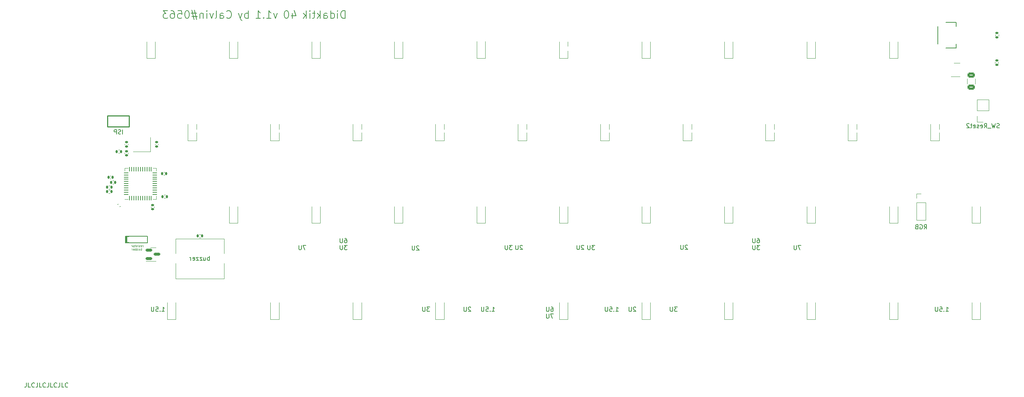
<source format=gbr>
%TF.GenerationSoftware,KiCad,Pcbnew,(7.0.0)*%
%TF.CreationDate,2023-05-29T16:40:41+02:00*%
%TF.ProjectId,Didaktik,44696461-6b74-4696-9b2e-6b696361645f,rev?*%
%TF.SameCoordinates,Original*%
%TF.FileFunction,Legend,Bot*%
%TF.FilePolarity,Positive*%
%FSLAX46Y46*%
G04 Gerber Fmt 4.6, Leading zero omitted, Abs format (unit mm)*
G04 Created by KiCad (PCBNEW (7.0.0)) date 2023-05-29 16:40:41*
%MOMM*%
%LPD*%
G01*
G04 APERTURE LIST*
G04 Aperture macros list*
%AMRoundRect*
0 Rectangle with rounded corners*
0 $1 Rounding radius*
0 $2 $3 $4 $5 $6 $7 $8 $9 X,Y pos of 4 corners*
0 Add a 4 corners polygon primitive as box body*
4,1,4,$2,$3,$4,$5,$6,$7,$8,$9,$2,$3,0*
0 Add four circle primitives for the rounded corners*
1,1,$1+$1,$2,$3*
1,1,$1+$1,$4,$5*
1,1,$1+$1,$6,$7*
1,1,$1+$1,$8,$9*
0 Add four rect primitives between the rounded corners*
20,1,$1+$1,$2,$3,$4,$5,0*
20,1,$1+$1,$4,$5,$6,$7,0*
20,1,$1+$1,$6,$7,$8,$9,0*
20,1,$1+$1,$8,$9,$2,$3,0*%
G04 Aperture macros list end*
%ADD10C,0.150000*%
%ADD11C,0.125000*%
%ADD12C,0.120000*%
%ADD13C,0.250000*%
%ADD14C,1.750000*%
%ADD15C,3.987800*%
%ADD16C,2.250000*%
%ADD17C,3.048000*%
%ADD18R,1.600000X1.200000*%
%ADD19R,1.600000X1.600000*%
%ADD20C,1.600000*%
%ADD21R,2.000000X2.000000*%
%ADD22C,2.000000*%
%ADD23R,1.100000X1.100000*%
%ADD24R,1.350000X1.350000*%
%ADD25O,1.350000X1.350000*%
%ADD26RoundRect,0.140000X0.170000X-0.140000X0.170000X0.140000X-0.170000X0.140000X-0.170000X-0.140000X0*%
%ADD27RoundRect,0.135000X-0.135000X-0.185000X0.135000X-0.185000X0.135000X0.185000X-0.135000X0.185000X0*%
%ADD28R,1.400000X1.200000*%
%ADD29RoundRect,0.062500X-0.475000X-0.062500X0.475000X-0.062500X0.475000X0.062500X-0.475000X0.062500X0*%
%ADD30RoundRect,0.062500X-0.062500X-0.475000X0.062500X-0.475000X0.062500X0.475000X-0.062500X0.475000X0*%
%ADD31R,5.200000X5.200000*%
%ADD32RoundRect,0.150000X-0.587500X-0.150000X0.587500X-0.150000X0.587500X0.150000X-0.587500X0.150000X0*%
%ADD33RoundRect,0.250000X-0.625000X0.375000X-0.625000X-0.375000X0.625000X-0.375000X0.625000X0.375000X0*%
%ADD34RoundRect,0.135000X0.135000X0.185000X-0.135000X0.185000X-0.135000X-0.185000X0.135000X-0.185000X0*%
%ADD35R,1.800000X1.200000*%
%ADD36R,1.550000X0.600000*%
%ADD37C,1.700000*%
%ADD38R,1.700000X1.700000*%
%ADD39RoundRect,0.140000X-0.170000X0.140000X-0.170000X-0.140000X0.170000X-0.140000X0.170000X0.140000X0*%
%ADD40R,2.300000X2.300000*%
%ADD41RoundRect,0.135000X0.185000X-0.135000X0.185000X0.135000X-0.185000X0.135000X-0.185000X-0.135000X0*%
%ADD42R,0.700000X1.000000*%
%ADD43R,0.700000X0.600000*%
%ADD44RoundRect,0.140000X-0.140000X-0.170000X0.140000X-0.170000X0.140000X0.170000X-0.140000X0.170000X0*%
%ADD45O,1.700000X1.700000*%
%ADD46RoundRect,0.140000X0.140000X0.170000X-0.140000X0.170000X-0.140000X-0.170000X0.140000X-0.170000X0*%
%ADD47RoundRect,0.140000X-0.021213X0.219203X-0.219203X0.021213X0.021213X-0.219203X0.219203X-0.021213X0*%
G04 APERTURE END LIST*
D10*
X89233333Y-85092380D02*
X89423809Y-85092380D01*
X89423809Y-85092380D02*
X89519047Y-85140000D01*
X89519047Y-85140000D02*
X89566666Y-85187619D01*
X89566666Y-85187619D02*
X89661904Y-85330476D01*
X89661904Y-85330476D02*
X89709523Y-85520952D01*
X89709523Y-85520952D02*
X89709523Y-85901904D01*
X89709523Y-85901904D02*
X89661904Y-85997142D01*
X89661904Y-85997142D02*
X89614285Y-86044761D01*
X89614285Y-86044761D02*
X89519047Y-86092380D01*
X89519047Y-86092380D02*
X89328571Y-86092380D01*
X89328571Y-86092380D02*
X89233333Y-86044761D01*
X89233333Y-86044761D02*
X89185714Y-85997142D01*
X89185714Y-85997142D02*
X89138095Y-85901904D01*
X89138095Y-85901904D02*
X89138095Y-85663809D01*
X89138095Y-85663809D02*
X89185714Y-85568571D01*
X89185714Y-85568571D02*
X89233333Y-85520952D01*
X89233333Y-85520952D02*
X89328571Y-85473333D01*
X89328571Y-85473333D02*
X89519047Y-85473333D01*
X89519047Y-85473333D02*
X89614285Y-85520952D01*
X89614285Y-85520952D02*
X89661904Y-85568571D01*
X89661904Y-85568571D02*
X89709523Y-85663809D01*
X88709523Y-85092380D02*
X88709523Y-85901904D01*
X88709523Y-85901904D02*
X88661904Y-85997142D01*
X88661904Y-85997142D02*
X88614285Y-86044761D01*
X88614285Y-86044761D02*
X88519047Y-86092380D01*
X88519047Y-86092380D02*
X88328571Y-86092380D01*
X88328571Y-86092380D02*
X88233333Y-86044761D01*
X88233333Y-86044761D02*
X88185714Y-85997142D01*
X88185714Y-85997142D02*
X88138095Y-85901904D01*
X88138095Y-85901904D02*
X88138095Y-85092380D01*
X130222182Y-86757169D02*
X130174563Y-86709550D01*
X130174563Y-86709550D02*
X130079325Y-86661930D01*
X130079325Y-86661930D02*
X129841230Y-86661930D01*
X129841230Y-86661930D02*
X129745992Y-86709550D01*
X129745992Y-86709550D02*
X129698373Y-86757169D01*
X129698373Y-86757169D02*
X129650754Y-86852407D01*
X129650754Y-86852407D02*
X129650754Y-86947645D01*
X129650754Y-86947645D02*
X129698373Y-87090502D01*
X129698373Y-87090502D02*
X130269801Y-87661930D01*
X130269801Y-87661930D02*
X129650754Y-87661930D01*
X129222182Y-86661930D02*
X129222182Y-87471454D01*
X129222182Y-87471454D02*
X129174563Y-87566692D01*
X129174563Y-87566692D02*
X129126944Y-87614311D01*
X129126944Y-87614311D02*
X129031706Y-87661930D01*
X129031706Y-87661930D02*
X128841230Y-87661930D01*
X128841230Y-87661930D02*
X128745992Y-87614311D01*
X128745992Y-87614311D02*
X128698373Y-87566692D01*
X128698373Y-87566692D02*
X128650754Y-87471454D01*
X128650754Y-87471454D02*
X128650754Y-86661930D01*
X89300999Y-34170917D02*
X89300999Y-32420917D01*
X89300999Y-32420917D02*
X88884332Y-32420917D01*
X88884332Y-32420917D02*
X88634332Y-32504251D01*
X88634332Y-32504251D02*
X88467666Y-32670917D01*
X88467666Y-32670917D02*
X88384332Y-32837584D01*
X88384332Y-32837584D02*
X88300999Y-33170917D01*
X88300999Y-33170917D02*
X88300999Y-33420917D01*
X88300999Y-33420917D02*
X88384332Y-33754251D01*
X88384332Y-33754251D02*
X88467666Y-33920917D01*
X88467666Y-33920917D02*
X88634332Y-34087584D01*
X88634332Y-34087584D02*
X88884332Y-34170917D01*
X88884332Y-34170917D02*
X89300999Y-34170917D01*
X87550999Y-34170917D02*
X87550999Y-33004251D01*
X87550999Y-32420917D02*
X87634332Y-32504251D01*
X87634332Y-32504251D02*
X87550999Y-32587584D01*
X87550999Y-32587584D02*
X87467666Y-32504251D01*
X87467666Y-32504251D02*
X87550999Y-32420917D01*
X87550999Y-32420917D02*
X87550999Y-32587584D01*
X85967666Y-34170917D02*
X85967666Y-32420917D01*
X85967666Y-34087584D02*
X86134333Y-34170917D01*
X86134333Y-34170917D02*
X86467666Y-34170917D01*
X86467666Y-34170917D02*
X86634333Y-34087584D01*
X86634333Y-34087584D02*
X86717666Y-34004251D01*
X86717666Y-34004251D02*
X86800999Y-33837584D01*
X86800999Y-33837584D02*
X86800999Y-33337584D01*
X86800999Y-33337584D02*
X86717666Y-33170917D01*
X86717666Y-33170917D02*
X86634333Y-33087584D01*
X86634333Y-33087584D02*
X86467666Y-33004251D01*
X86467666Y-33004251D02*
X86134333Y-33004251D01*
X86134333Y-33004251D02*
X85967666Y-33087584D01*
X84384333Y-34170917D02*
X84384333Y-33254251D01*
X84384333Y-33254251D02*
X84467666Y-33087584D01*
X84467666Y-33087584D02*
X84634333Y-33004251D01*
X84634333Y-33004251D02*
X84967666Y-33004251D01*
X84967666Y-33004251D02*
X85134333Y-33087584D01*
X84384333Y-34087584D02*
X84551000Y-34170917D01*
X84551000Y-34170917D02*
X84967666Y-34170917D01*
X84967666Y-34170917D02*
X85134333Y-34087584D01*
X85134333Y-34087584D02*
X85217666Y-33920917D01*
X85217666Y-33920917D02*
X85217666Y-33754251D01*
X85217666Y-33754251D02*
X85134333Y-33587584D01*
X85134333Y-33587584D02*
X84967666Y-33504251D01*
X84967666Y-33504251D02*
X84551000Y-33504251D01*
X84551000Y-33504251D02*
X84384333Y-33420917D01*
X83551000Y-34170917D02*
X83551000Y-32420917D01*
X83384333Y-33504251D02*
X82884333Y-34170917D01*
X82884333Y-33004251D02*
X83551000Y-33670917D01*
X82384333Y-33004251D02*
X81717666Y-33004251D01*
X82134333Y-32420917D02*
X82134333Y-33920917D01*
X82134333Y-33920917D02*
X82051000Y-34087584D01*
X82051000Y-34087584D02*
X81884333Y-34170917D01*
X81884333Y-34170917D02*
X81717666Y-34170917D01*
X81134333Y-34170917D02*
X81134333Y-33004251D01*
X81134333Y-32420917D02*
X81217666Y-32504251D01*
X81217666Y-32504251D02*
X81134333Y-32587584D01*
X81134333Y-32587584D02*
X81051000Y-32504251D01*
X81051000Y-32504251D02*
X81134333Y-32420917D01*
X81134333Y-32420917D02*
X81134333Y-32587584D01*
X80301000Y-34170917D02*
X80301000Y-32420917D01*
X80134333Y-33504251D02*
X79634333Y-34170917D01*
X79634333Y-33004251D02*
X80301000Y-33670917D01*
X77084333Y-33004251D02*
X77084333Y-34170917D01*
X77501000Y-32337584D02*
X77917666Y-33587584D01*
X77917666Y-33587584D02*
X76834333Y-33587584D01*
X75834333Y-32420917D02*
X75667666Y-32420917D01*
X75667666Y-32420917D02*
X75500999Y-32504251D01*
X75500999Y-32504251D02*
X75417666Y-32587584D01*
X75417666Y-32587584D02*
X75334333Y-32754251D01*
X75334333Y-32754251D02*
X75250999Y-33087584D01*
X75250999Y-33087584D02*
X75250999Y-33504251D01*
X75250999Y-33504251D02*
X75334333Y-33837584D01*
X75334333Y-33837584D02*
X75417666Y-34004251D01*
X75417666Y-34004251D02*
X75500999Y-34087584D01*
X75500999Y-34087584D02*
X75667666Y-34170917D01*
X75667666Y-34170917D02*
X75834333Y-34170917D01*
X75834333Y-34170917D02*
X76000999Y-34087584D01*
X76000999Y-34087584D02*
X76084333Y-34004251D01*
X76084333Y-34004251D02*
X76167666Y-33837584D01*
X76167666Y-33837584D02*
X76250999Y-33504251D01*
X76250999Y-33504251D02*
X76250999Y-33087584D01*
X76250999Y-33087584D02*
X76167666Y-32754251D01*
X76167666Y-32754251D02*
X76084333Y-32587584D01*
X76084333Y-32587584D02*
X76000999Y-32504251D01*
X76000999Y-32504251D02*
X75834333Y-32420917D01*
X73617666Y-33004251D02*
X73200999Y-34170917D01*
X73200999Y-34170917D02*
X72784332Y-33004251D01*
X71200999Y-34170917D02*
X72200999Y-34170917D01*
X71700999Y-34170917D02*
X71700999Y-32420917D01*
X71700999Y-32420917D02*
X71867666Y-32670917D01*
X71867666Y-32670917D02*
X72034333Y-32837584D01*
X72034333Y-32837584D02*
X72200999Y-32920917D01*
X70450999Y-34004251D02*
X70367666Y-34087584D01*
X70367666Y-34087584D02*
X70450999Y-34170917D01*
X70450999Y-34170917D02*
X70534332Y-34087584D01*
X70534332Y-34087584D02*
X70450999Y-34004251D01*
X70450999Y-34004251D02*
X70450999Y-34170917D01*
X68700999Y-34170917D02*
X69700999Y-34170917D01*
X69200999Y-34170917D02*
X69200999Y-32420917D01*
X69200999Y-32420917D02*
X69367666Y-32670917D01*
X69367666Y-32670917D02*
X69534333Y-32837584D01*
X69534333Y-32837584D02*
X69700999Y-32920917D01*
X66900999Y-34170917D02*
X66900999Y-32420917D01*
X66900999Y-33087584D02*
X66734332Y-33004251D01*
X66734332Y-33004251D02*
X66400999Y-33004251D01*
X66400999Y-33004251D02*
X66234332Y-33087584D01*
X66234332Y-33087584D02*
X66150999Y-33170917D01*
X66150999Y-33170917D02*
X66067666Y-33337584D01*
X66067666Y-33337584D02*
X66067666Y-33837584D01*
X66067666Y-33837584D02*
X66150999Y-34004251D01*
X66150999Y-34004251D02*
X66234332Y-34087584D01*
X66234332Y-34087584D02*
X66400999Y-34170917D01*
X66400999Y-34170917D02*
X66734332Y-34170917D01*
X66734332Y-34170917D02*
X66900999Y-34087584D01*
X65484333Y-33004251D02*
X65067666Y-34170917D01*
X64650999Y-33004251D02*
X65067666Y-34170917D01*
X65067666Y-34170917D02*
X65234333Y-34587584D01*
X65234333Y-34587584D02*
X65317666Y-34670917D01*
X65317666Y-34670917D02*
X65484333Y-34754251D01*
X61934333Y-34004251D02*
X62017666Y-34087584D01*
X62017666Y-34087584D02*
X62267666Y-34170917D01*
X62267666Y-34170917D02*
X62434333Y-34170917D01*
X62434333Y-34170917D02*
X62684333Y-34087584D01*
X62684333Y-34087584D02*
X62851000Y-33920917D01*
X62851000Y-33920917D02*
X62934333Y-33754251D01*
X62934333Y-33754251D02*
X63017666Y-33420917D01*
X63017666Y-33420917D02*
X63017666Y-33170917D01*
X63017666Y-33170917D02*
X62934333Y-32837584D01*
X62934333Y-32837584D02*
X62851000Y-32670917D01*
X62851000Y-32670917D02*
X62684333Y-32504251D01*
X62684333Y-32504251D02*
X62434333Y-32420917D01*
X62434333Y-32420917D02*
X62267666Y-32420917D01*
X62267666Y-32420917D02*
X62017666Y-32504251D01*
X62017666Y-32504251D02*
X61934333Y-32587584D01*
X60434333Y-34170917D02*
X60434333Y-33254251D01*
X60434333Y-33254251D02*
X60517666Y-33087584D01*
X60517666Y-33087584D02*
X60684333Y-33004251D01*
X60684333Y-33004251D02*
X61017666Y-33004251D01*
X61017666Y-33004251D02*
X61184333Y-33087584D01*
X60434333Y-34087584D02*
X60601000Y-34170917D01*
X60601000Y-34170917D02*
X61017666Y-34170917D01*
X61017666Y-34170917D02*
X61184333Y-34087584D01*
X61184333Y-34087584D02*
X61267666Y-33920917D01*
X61267666Y-33920917D02*
X61267666Y-33754251D01*
X61267666Y-33754251D02*
X61184333Y-33587584D01*
X61184333Y-33587584D02*
X61017666Y-33504251D01*
X61017666Y-33504251D02*
X60601000Y-33504251D01*
X60601000Y-33504251D02*
X60434333Y-33420917D01*
X59351000Y-34170917D02*
X59517667Y-34087584D01*
X59517667Y-34087584D02*
X59601000Y-33920917D01*
X59601000Y-33920917D02*
X59601000Y-32420917D01*
X58851000Y-33004251D02*
X58434333Y-34170917D01*
X58434333Y-34170917D02*
X58017666Y-33004251D01*
X57351000Y-34170917D02*
X57351000Y-33004251D01*
X57351000Y-32420917D02*
X57434333Y-32504251D01*
X57434333Y-32504251D02*
X57351000Y-32587584D01*
X57351000Y-32587584D02*
X57267667Y-32504251D01*
X57267667Y-32504251D02*
X57351000Y-32420917D01*
X57351000Y-32420917D02*
X57351000Y-32587584D01*
X56517667Y-33004251D02*
X56517667Y-34170917D01*
X56517667Y-33170917D02*
X56434334Y-33087584D01*
X56434334Y-33087584D02*
X56267667Y-33004251D01*
X56267667Y-33004251D02*
X56017667Y-33004251D01*
X56017667Y-33004251D02*
X55851000Y-33087584D01*
X55851000Y-33087584D02*
X55767667Y-33254251D01*
X55767667Y-33254251D02*
X55767667Y-34170917D01*
X55017667Y-33004251D02*
X53767667Y-33004251D01*
X54517667Y-32254251D02*
X55017667Y-34504251D01*
X53934334Y-33754251D02*
X55184334Y-33754251D01*
X54434334Y-34504251D02*
X53934334Y-32254251D01*
X52851001Y-32420917D02*
X52684334Y-32420917D01*
X52684334Y-32420917D02*
X52517667Y-32504251D01*
X52517667Y-32504251D02*
X52434334Y-32587584D01*
X52434334Y-32587584D02*
X52351001Y-32754251D01*
X52351001Y-32754251D02*
X52267667Y-33087584D01*
X52267667Y-33087584D02*
X52267667Y-33504251D01*
X52267667Y-33504251D02*
X52351001Y-33837584D01*
X52351001Y-33837584D02*
X52434334Y-34004251D01*
X52434334Y-34004251D02*
X52517667Y-34087584D01*
X52517667Y-34087584D02*
X52684334Y-34170917D01*
X52684334Y-34170917D02*
X52851001Y-34170917D01*
X52851001Y-34170917D02*
X53017667Y-34087584D01*
X53017667Y-34087584D02*
X53101001Y-34004251D01*
X53101001Y-34004251D02*
X53184334Y-33837584D01*
X53184334Y-33837584D02*
X53267667Y-33504251D01*
X53267667Y-33504251D02*
X53267667Y-33087584D01*
X53267667Y-33087584D02*
X53184334Y-32754251D01*
X53184334Y-32754251D02*
X53101001Y-32587584D01*
X53101001Y-32587584D02*
X53017667Y-32504251D01*
X53017667Y-32504251D02*
X52851001Y-32420917D01*
X50684334Y-32420917D02*
X51517667Y-32420917D01*
X51517667Y-32420917D02*
X51601000Y-33254251D01*
X51601000Y-33254251D02*
X51517667Y-33170917D01*
X51517667Y-33170917D02*
X51351000Y-33087584D01*
X51351000Y-33087584D02*
X50934334Y-33087584D01*
X50934334Y-33087584D02*
X50767667Y-33170917D01*
X50767667Y-33170917D02*
X50684334Y-33254251D01*
X50684334Y-33254251D02*
X50601000Y-33420917D01*
X50601000Y-33420917D02*
X50601000Y-33837584D01*
X50601000Y-33837584D02*
X50684334Y-34004251D01*
X50684334Y-34004251D02*
X50767667Y-34087584D01*
X50767667Y-34087584D02*
X50934334Y-34170917D01*
X50934334Y-34170917D02*
X51351000Y-34170917D01*
X51351000Y-34170917D02*
X51517667Y-34087584D01*
X51517667Y-34087584D02*
X51601000Y-34004251D01*
X49101000Y-32420917D02*
X49434333Y-32420917D01*
X49434333Y-32420917D02*
X49601000Y-32504251D01*
X49601000Y-32504251D02*
X49684333Y-32587584D01*
X49684333Y-32587584D02*
X49851000Y-32837584D01*
X49851000Y-32837584D02*
X49934333Y-33170917D01*
X49934333Y-33170917D02*
X49934333Y-33837584D01*
X49934333Y-33837584D02*
X49851000Y-34004251D01*
X49851000Y-34004251D02*
X49767667Y-34087584D01*
X49767667Y-34087584D02*
X49601000Y-34170917D01*
X49601000Y-34170917D02*
X49267667Y-34170917D01*
X49267667Y-34170917D02*
X49101000Y-34087584D01*
X49101000Y-34087584D02*
X49017667Y-34004251D01*
X49017667Y-34004251D02*
X48934333Y-33837584D01*
X48934333Y-33837584D02*
X48934333Y-33420917D01*
X48934333Y-33420917D02*
X49017667Y-33254251D01*
X49017667Y-33254251D02*
X49101000Y-33170917D01*
X49101000Y-33170917D02*
X49267667Y-33087584D01*
X49267667Y-33087584D02*
X49601000Y-33087584D01*
X49601000Y-33087584D02*
X49767667Y-33170917D01*
X49767667Y-33170917D02*
X49851000Y-33254251D01*
X49851000Y-33254251D02*
X49934333Y-33420917D01*
X48351000Y-32420917D02*
X47267666Y-32420917D01*
X47267666Y-32420917D02*
X47851000Y-33087584D01*
X47851000Y-33087584D02*
X47601000Y-33087584D01*
X47601000Y-33087584D02*
X47434333Y-33170917D01*
X47434333Y-33170917D02*
X47351000Y-33254251D01*
X47351000Y-33254251D02*
X47267666Y-33420917D01*
X47267666Y-33420917D02*
X47267666Y-33837584D01*
X47267666Y-33837584D02*
X47351000Y-34004251D01*
X47351000Y-34004251D02*
X47434333Y-34087584D01*
X47434333Y-34087584D02*
X47601000Y-34170917D01*
X47601000Y-34170917D02*
X48101000Y-34170917D01*
X48101000Y-34170917D02*
X48267666Y-34087584D01*
X48267666Y-34087584D02*
X48351000Y-34004251D01*
X184483333Y-85092380D02*
X184673809Y-85092380D01*
X184673809Y-85092380D02*
X184769047Y-85140000D01*
X184769047Y-85140000D02*
X184816666Y-85187619D01*
X184816666Y-85187619D02*
X184911904Y-85330476D01*
X184911904Y-85330476D02*
X184959523Y-85520952D01*
X184959523Y-85520952D02*
X184959523Y-85901904D01*
X184959523Y-85901904D02*
X184911904Y-85997142D01*
X184911904Y-85997142D02*
X184864285Y-86044761D01*
X184864285Y-86044761D02*
X184769047Y-86092380D01*
X184769047Y-86092380D02*
X184578571Y-86092380D01*
X184578571Y-86092380D02*
X184483333Y-86044761D01*
X184483333Y-86044761D02*
X184435714Y-85997142D01*
X184435714Y-85997142D02*
X184388095Y-85901904D01*
X184388095Y-85901904D02*
X184388095Y-85663809D01*
X184388095Y-85663809D02*
X184435714Y-85568571D01*
X184435714Y-85568571D02*
X184483333Y-85520952D01*
X184483333Y-85520952D02*
X184578571Y-85473333D01*
X184578571Y-85473333D02*
X184769047Y-85473333D01*
X184769047Y-85473333D02*
X184864285Y-85520952D01*
X184864285Y-85520952D02*
X184911904Y-85568571D01*
X184911904Y-85568571D02*
X184959523Y-85663809D01*
X183959523Y-85092380D02*
X183959523Y-85901904D01*
X183959523Y-85901904D02*
X183911904Y-85997142D01*
X183911904Y-85997142D02*
X183864285Y-86044761D01*
X183864285Y-86044761D02*
X183769047Y-86092380D01*
X183769047Y-86092380D02*
X183578571Y-86092380D01*
X183578571Y-86092380D02*
X183483333Y-86044761D01*
X183483333Y-86044761D02*
X183435714Y-85997142D01*
X183435714Y-85997142D02*
X183388095Y-85901904D01*
X183388095Y-85901904D02*
X183388095Y-85092380D01*
X80232142Y-86679880D02*
X79565476Y-86679880D01*
X79565476Y-86679880D02*
X79994047Y-87679880D01*
X79184523Y-86679880D02*
X79184523Y-87489404D01*
X79184523Y-87489404D02*
X79136904Y-87584642D01*
X79136904Y-87584642D02*
X79089285Y-87632261D01*
X79089285Y-87632261D02*
X78994047Y-87679880D01*
X78994047Y-87679880D02*
X78803571Y-87679880D01*
X78803571Y-87679880D02*
X78708333Y-87632261D01*
X78708333Y-87632261D02*
X78660714Y-87584642D01*
X78660714Y-87584642D02*
X78613095Y-87489404D01*
X78613095Y-87489404D02*
X78613095Y-86679880D01*
X222940476Y-82917380D02*
X223273809Y-82441190D01*
X223511904Y-82917380D02*
X223511904Y-81917380D01*
X223511904Y-81917380D02*
X223130952Y-81917380D01*
X223130952Y-81917380D02*
X223035714Y-81965000D01*
X223035714Y-81965000D02*
X222988095Y-82012619D01*
X222988095Y-82012619D02*
X222940476Y-82107857D01*
X222940476Y-82107857D02*
X222940476Y-82250714D01*
X222940476Y-82250714D02*
X222988095Y-82345952D01*
X222988095Y-82345952D02*
X223035714Y-82393571D01*
X223035714Y-82393571D02*
X223130952Y-82441190D01*
X223130952Y-82441190D02*
X223511904Y-82441190D01*
X221988095Y-81965000D02*
X222083333Y-81917380D01*
X222083333Y-81917380D02*
X222226190Y-81917380D01*
X222226190Y-81917380D02*
X222369047Y-81965000D01*
X222369047Y-81965000D02*
X222464285Y-82060238D01*
X222464285Y-82060238D02*
X222511904Y-82155476D01*
X222511904Y-82155476D02*
X222559523Y-82345952D01*
X222559523Y-82345952D02*
X222559523Y-82488809D01*
X222559523Y-82488809D02*
X222511904Y-82679285D01*
X222511904Y-82679285D02*
X222464285Y-82774523D01*
X222464285Y-82774523D02*
X222369047Y-82869761D01*
X222369047Y-82869761D02*
X222226190Y-82917380D01*
X222226190Y-82917380D02*
X222130952Y-82917380D01*
X222130952Y-82917380D02*
X221988095Y-82869761D01*
X221988095Y-82869761D02*
X221940476Y-82822142D01*
X221940476Y-82822142D02*
X221940476Y-82488809D01*
X221940476Y-82488809D02*
X222130952Y-82488809D01*
X221178571Y-82393571D02*
X221035714Y-82441190D01*
X221035714Y-82441190D02*
X220988095Y-82488809D01*
X220988095Y-82488809D02*
X220940476Y-82584047D01*
X220940476Y-82584047D02*
X220940476Y-82726904D01*
X220940476Y-82726904D02*
X220988095Y-82822142D01*
X220988095Y-82822142D02*
X221035714Y-82869761D01*
X221035714Y-82869761D02*
X221130952Y-82917380D01*
X221130952Y-82917380D02*
X221511904Y-82917380D01*
X221511904Y-82917380D02*
X221511904Y-81917380D01*
X221511904Y-81917380D02*
X221178571Y-81917380D01*
X221178571Y-81917380D02*
X221083333Y-81965000D01*
X221083333Y-81965000D02*
X221035714Y-82012619D01*
X221035714Y-82012619D02*
X220988095Y-82107857D01*
X220988095Y-82107857D02*
X220988095Y-82203095D01*
X220988095Y-82203095D02*
X221035714Y-82298333D01*
X221035714Y-82298333D02*
X221083333Y-82345952D01*
X221083333Y-82345952D02*
X221178571Y-82393571D01*
X221178571Y-82393571D02*
X221511904Y-82393571D01*
X165957142Y-100967380D02*
X165338095Y-100967380D01*
X165338095Y-100967380D02*
X165671428Y-101348333D01*
X165671428Y-101348333D02*
X165528571Y-101348333D01*
X165528571Y-101348333D02*
X165433333Y-101395952D01*
X165433333Y-101395952D02*
X165385714Y-101443571D01*
X165385714Y-101443571D02*
X165338095Y-101538809D01*
X165338095Y-101538809D02*
X165338095Y-101776904D01*
X165338095Y-101776904D02*
X165385714Y-101872142D01*
X165385714Y-101872142D02*
X165433333Y-101919761D01*
X165433333Y-101919761D02*
X165528571Y-101967380D01*
X165528571Y-101967380D02*
X165814285Y-101967380D01*
X165814285Y-101967380D02*
X165909523Y-101919761D01*
X165909523Y-101919761D02*
X165957142Y-101872142D01*
X164909523Y-100967380D02*
X164909523Y-101776904D01*
X164909523Y-101776904D02*
X164861904Y-101872142D01*
X164861904Y-101872142D02*
X164814285Y-101919761D01*
X164814285Y-101919761D02*
X164719047Y-101967380D01*
X164719047Y-101967380D02*
X164528571Y-101967380D01*
X164528571Y-101967380D02*
X164433333Y-101919761D01*
X164433333Y-101919761D02*
X164385714Y-101872142D01*
X164385714Y-101872142D02*
X164338095Y-101776904D01*
X164338095Y-101776904D02*
X164338095Y-100967380D01*
X106319974Y-86891703D02*
X106272355Y-86844084D01*
X106272355Y-86844084D02*
X106177117Y-86796464D01*
X106177117Y-86796464D02*
X105939022Y-86796464D01*
X105939022Y-86796464D02*
X105843784Y-86844084D01*
X105843784Y-86844084D02*
X105796165Y-86891703D01*
X105796165Y-86891703D02*
X105748546Y-86986941D01*
X105748546Y-86986941D02*
X105748546Y-87082179D01*
X105748546Y-87082179D02*
X105796165Y-87225036D01*
X105796165Y-87225036D02*
X106367593Y-87796464D01*
X106367593Y-87796464D02*
X105748546Y-87796464D01*
X105319974Y-86796464D02*
X105319974Y-87605988D01*
X105319974Y-87605988D02*
X105272355Y-87701226D01*
X105272355Y-87701226D02*
X105224736Y-87748845D01*
X105224736Y-87748845D02*
X105129498Y-87796464D01*
X105129498Y-87796464D02*
X104939022Y-87796464D01*
X104939022Y-87796464D02*
X104843784Y-87748845D01*
X104843784Y-87748845D02*
X104796165Y-87701226D01*
X104796165Y-87701226D02*
X104748546Y-87605988D01*
X104748546Y-87605988D02*
X104748546Y-86796464D01*
X37933189Y-60946380D02*
X37933189Y-59946380D01*
X37504618Y-60898761D02*
X37361761Y-60946380D01*
X37361761Y-60946380D02*
X37123666Y-60946380D01*
X37123666Y-60946380D02*
X37028428Y-60898761D01*
X37028428Y-60898761D02*
X36980809Y-60851142D01*
X36980809Y-60851142D02*
X36933190Y-60755904D01*
X36933190Y-60755904D02*
X36933190Y-60660666D01*
X36933190Y-60660666D02*
X36980809Y-60565428D01*
X36980809Y-60565428D02*
X37028428Y-60517809D01*
X37028428Y-60517809D02*
X37123666Y-60470190D01*
X37123666Y-60470190D02*
X37314142Y-60422571D01*
X37314142Y-60422571D02*
X37409380Y-60374952D01*
X37409380Y-60374952D02*
X37456999Y-60327333D01*
X37456999Y-60327333D02*
X37504618Y-60232095D01*
X37504618Y-60232095D02*
X37504618Y-60136857D01*
X37504618Y-60136857D02*
X37456999Y-60041619D01*
X37456999Y-60041619D02*
X37409380Y-59994000D01*
X37409380Y-59994000D02*
X37314142Y-59946380D01*
X37314142Y-59946380D02*
X37076047Y-59946380D01*
X37076047Y-59946380D02*
X36933190Y-59994000D01*
X36504618Y-60946380D02*
X36504618Y-59946380D01*
X36504618Y-59946380D02*
X36123666Y-59946380D01*
X36123666Y-59946380D02*
X36028428Y-59994000D01*
X36028428Y-59994000D02*
X35980809Y-60041619D01*
X35980809Y-60041619D02*
X35933190Y-60136857D01*
X35933190Y-60136857D02*
X35933190Y-60279714D01*
X35933190Y-60279714D02*
X35980809Y-60374952D01*
X35980809Y-60374952D02*
X36028428Y-60422571D01*
X36028428Y-60422571D02*
X36123666Y-60470190D01*
X36123666Y-60470190D02*
X36504618Y-60470190D01*
X151764880Y-101967380D02*
X152336308Y-101967380D01*
X152050594Y-101967380D02*
X152050594Y-100967380D01*
X152050594Y-100967380D02*
X152145832Y-101110238D01*
X152145832Y-101110238D02*
X152241070Y-101205476D01*
X152241070Y-101205476D02*
X152336308Y-101253095D01*
X151336308Y-101872142D02*
X151288689Y-101919761D01*
X151288689Y-101919761D02*
X151336308Y-101967380D01*
X151336308Y-101967380D02*
X151383927Y-101919761D01*
X151383927Y-101919761D02*
X151336308Y-101872142D01*
X151336308Y-101872142D02*
X151336308Y-101967380D01*
X150383928Y-100967380D02*
X150860118Y-100967380D01*
X150860118Y-100967380D02*
X150907737Y-101443571D01*
X150907737Y-101443571D02*
X150860118Y-101395952D01*
X150860118Y-101395952D02*
X150764880Y-101348333D01*
X150764880Y-101348333D02*
X150526785Y-101348333D01*
X150526785Y-101348333D02*
X150431547Y-101395952D01*
X150431547Y-101395952D02*
X150383928Y-101443571D01*
X150383928Y-101443571D02*
X150336309Y-101538809D01*
X150336309Y-101538809D02*
X150336309Y-101776904D01*
X150336309Y-101776904D02*
X150383928Y-101872142D01*
X150383928Y-101872142D02*
X150431547Y-101919761D01*
X150431547Y-101919761D02*
X150526785Y-101967380D01*
X150526785Y-101967380D02*
X150764880Y-101967380D01*
X150764880Y-101967380D02*
X150860118Y-101919761D01*
X150860118Y-101919761D02*
X150907737Y-101872142D01*
X149907737Y-100967380D02*
X149907737Y-101776904D01*
X149907737Y-101776904D02*
X149860118Y-101872142D01*
X149860118Y-101872142D02*
X149812499Y-101919761D01*
X149812499Y-101919761D02*
X149717261Y-101967380D01*
X149717261Y-101967380D02*
X149526785Y-101967380D01*
X149526785Y-101967380D02*
X149431547Y-101919761D01*
X149431547Y-101919761D02*
X149383928Y-101872142D01*
X149383928Y-101872142D02*
X149336309Y-101776904D01*
X149336309Y-101776904D02*
X149336309Y-100967380D01*
X123189880Y-101967380D02*
X123761308Y-101967380D01*
X123475594Y-101967380D02*
X123475594Y-100967380D01*
X123475594Y-100967380D02*
X123570832Y-101110238D01*
X123570832Y-101110238D02*
X123666070Y-101205476D01*
X123666070Y-101205476D02*
X123761308Y-101253095D01*
X122761308Y-101872142D02*
X122713689Y-101919761D01*
X122713689Y-101919761D02*
X122761308Y-101967380D01*
X122761308Y-101967380D02*
X122808927Y-101919761D01*
X122808927Y-101919761D02*
X122761308Y-101872142D01*
X122761308Y-101872142D02*
X122761308Y-101967380D01*
X121808928Y-100967380D02*
X122285118Y-100967380D01*
X122285118Y-100967380D02*
X122332737Y-101443571D01*
X122332737Y-101443571D02*
X122285118Y-101395952D01*
X122285118Y-101395952D02*
X122189880Y-101348333D01*
X122189880Y-101348333D02*
X121951785Y-101348333D01*
X121951785Y-101348333D02*
X121856547Y-101395952D01*
X121856547Y-101395952D02*
X121808928Y-101443571D01*
X121808928Y-101443571D02*
X121761309Y-101538809D01*
X121761309Y-101538809D02*
X121761309Y-101776904D01*
X121761309Y-101776904D02*
X121808928Y-101872142D01*
X121808928Y-101872142D02*
X121856547Y-101919761D01*
X121856547Y-101919761D02*
X121951785Y-101967380D01*
X121951785Y-101967380D02*
X122189880Y-101967380D01*
X122189880Y-101967380D02*
X122285118Y-101919761D01*
X122285118Y-101919761D02*
X122332737Y-101872142D01*
X121332737Y-100967380D02*
X121332737Y-101776904D01*
X121332737Y-101776904D02*
X121285118Y-101872142D01*
X121285118Y-101872142D02*
X121237499Y-101919761D01*
X121237499Y-101919761D02*
X121142261Y-101967380D01*
X121142261Y-101967380D02*
X120951785Y-101967380D01*
X120951785Y-101967380D02*
X120856547Y-101919761D01*
X120856547Y-101919761D02*
X120808928Y-101872142D01*
X120808928Y-101872142D02*
X120761309Y-101776904D01*
X120761309Y-101776904D02*
X120761309Y-100967380D01*
X108807142Y-100967380D02*
X108188095Y-100967380D01*
X108188095Y-100967380D02*
X108521428Y-101348333D01*
X108521428Y-101348333D02*
X108378571Y-101348333D01*
X108378571Y-101348333D02*
X108283333Y-101395952D01*
X108283333Y-101395952D02*
X108235714Y-101443571D01*
X108235714Y-101443571D02*
X108188095Y-101538809D01*
X108188095Y-101538809D02*
X108188095Y-101776904D01*
X108188095Y-101776904D02*
X108235714Y-101872142D01*
X108235714Y-101872142D02*
X108283333Y-101919761D01*
X108283333Y-101919761D02*
X108378571Y-101967380D01*
X108378571Y-101967380D02*
X108664285Y-101967380D01*
X108664285Y-101967380D02*
X108759523Y-101919761D01*
X108759523Y-101919761D02*
X108807142Y-101872142D01*
X107759523Y-100967380D02*
X107759523Y-101776904D01*
X107759523Y-101776904D02*
X107711904Y-101872142D01*
X107711904Y-101872142D02*
X107664285Y-101919761D01*
X107664285Y-101919761D02*
X107569047Y-101967380D01*
X107569047Y-101967380D02*
X107378571Y-101967380D01*
X107378571Y-101967380D02*
X107283333Y-101919761D01*
X107283333Y-101919761D02*
X107235714Y-101872142D01*
X107235714Y-101872142D02*
X107188095Y-101776904D01*
X107188095Y-101776904D02*
X107188095Y-100967380D01*
X194532142Y-86679880D02*
X193865476Y-86679880D01*
X193865476Y-86679880D02*
X194294047Y-87679880D01*
X193484523Y-86679880D02*
X193484523Y-87489404D01*
X193484523Y-87489404D02*
X193436904Y-87584642D01*
X193436904Y-87584642D02*
X193389285Y-87632261D01*
X193389285Y-87632261D02*
X193294047Y-87679880D01*
X193294047Y-87679880D02*
X193103571Y-87679880D01*
X193103571Y-87679880D02*
X193008333Y-87632261D01*
X193008333Y-87632261D02*
X192960714Y-87584642D01*
X192960714Y-87584642D02*
X192913095Y-87489404D01*
X192913095Y-87489404D02*
X192913095Y-86679880D01*
X156384523Y-101062619D02*
X156336904Y-101015000D01*
X156336904Y-101015000D02*
X156241666Y-100967380D01*
X156241666Y-100967380D02*
X156003571Y-100967380D01*
X156003571Y-100967380D02*
X155908333Y-101015000D01*
X155908333Y-101015000D02*
X155860714Y-101062619D01*
X155860714Y-101062619D02*
X155813095Y-101157857D01*
X155813095Y-101157857D02*
X155813095Y-101253095D01*
X155813095Y-101253095D02*
X155860714Y-101395952D01*
X155860714Y-101395952D02*
X156432142Y-101967380D01*
X156432142Y-101967380D02*
X155813095Y-101967380D01*
X155384523Y-100967380D02*
X155384523Y-101776904D01*
X155384523Y-101776904D02*
X155336904Y-101872142D01*
X155336904Y-101872142D02*
X155289285Y-101919761D01*
X155289285Y-101919761D02*
X155194047Y-101967380D01*
X155194047Y-101967380D02*
X155003571Y-101967380D01*
X155003571Y-101967380D02*
X154908333Y-101919761D01*
X154908333Y-101919761D02*
X154860714Y-101872142D01*
X154860714Y-101872142D02*
X154813095Y-101776904D01*
X154813095Y-101776904D02*
X154813095Y-100967380D01*
X46989880Y-101967380D02*
X47561308Y-101967380D01*
X47275594Y-101967380D02*
X47275594Y-100967380D01*
X47275594Y-100967380D02*
X47370832Y-101110238D01*
X47370832Y-101110238D02*
X47466070Y-101205476D01*
X47466070Y-101205476D02*
X47561308Y-101253095D01*
X46561308Y-101872142D02*
X46513689Y-101919761D01*
X46513689Y-101919761D02*
X46561308Y-101967380D01*
X46561308Y-101967380D02*
X46608927Y-101919761D01*
X46608927Y-101919761D02*
X46561308Y-101872142D01*
X46561308Y-101872142D02*
X46561308Y-101967380D01*
X45608928Y-100967380D02*
X46085118Y-100967380D01*
X46085118Y-100967380D02*
X46132737Y-101443571D01*
X46132737Y-101443571D02*
X46085118Y-101395952D01*
X46085118Y-101395952D02*
X45989880Y-101348333D01*
X45989880Y-101348333D02*
X45751785Y-101348333D01*
X45751785Y-101348333D02*
X45656547Y-101395952D01*
X45656547Y-101395952D02*
X45608928Y-101443571D01*
X45608928Y-101443571D02*
X45561309Y-101538809D01*
X45561309Y-101538809D02*
X45561309Y-101776904D01*
X45561309Y-101776904D02*
X45608928Y-101872142D01*
X45608928Y-101872142D02*
X45656547Y-101919761D01*
X45656547Y-101919761D02*
X45751785Y-101967380D01*
X45751785Y-101967380D02*
X45989880Y-101967380D01*
X45989880Y-101967380D02*
X46085118Y-101919761D01*
X46085118Y-101919761D02*
X46132737Y-101872142D01*
X45132737Y-100967380D02*
X45132737Y-101776904D01*
X45132737Y-101776904D02*
X45085118Y-101872142D01*
X45085118Y-101872142D02*
X45037499Y-101919761D01*
X45037499Y-101919761D02*
X44942261Y-101967380D01*
X44942261Y-101967380D02*
X44751785Y-101967380D01*
X44751785Y-101967380D02*
X44656547Y-101919761D01*
X44656547Y-101919761D02*
X44608928Y-101872142D01*
X44608928Y-101872142D02*
X44561309Y-101776904D01*
X44561309Y-101776904D02*
X44561309Y-100967380D01*
X137382142Y-102554880D02*
X136715476Y-102554880D01*
X136715476Y-102554880D02*
X137144047Y-103554880D01*
X136334523Y-102554880D02*
X136334523Y-103364404D01*
X136334523Y-103364404D02*
X136286904Y-103459642D01*
X136286904Y-103459642D02*
X136239285Y-103507261D01*
X136239285Y-103507261D02*
X136144047Y-103554880D01*
X136144047Y-103554880D02*
X135953571Y-103554880D01*
X135953571Y-103554880D02*
X135858333Y-103507261D01*
X135858333Y-103507261D02*
X135810714Y-103459642D01*
X135810714Y-103459642D02*
X135763095Y-103364404D01*
X135763095Y-103364404D02*
X135763095Y-102554880D01*
X15700951Y-118493380D02*
X15700951Y-119207666D01*
X15700951Y-119207666D02*
X15653332Y-119350523D01*
X15653332Y-119350523D02*
X15558094Y-119445761D01*
X15558094Y-119445761D02*
X15415237Y-119493380D01*
X15415237Y-119493380D02*
X15319999Y-119493380D01*
X16653332Y-119493380D02*
X16177142Y-119493380D01*
X16177142Y-119493380D02*
X16177142Y-118493380D01*
X17558094Y-119398142D02*
X17510475Y-119445761D01*
X17510475Y-119445761D02*
X17367618Y-119493380D01*
X17367618Y-119493380D02*
X17272380Y-119493380D01*
X17272380Y-119493380D02*
X17129523Y-119445761D01*
X17129523Y-119445761D02*
X17034285Y-119350523D01*
X17034285Y-119350523D02*
X16986666Y-119255285D01*
X16986666Y-119255285D02*
X16939047Y-119064809D01*
X16939047Y-119064809D02*
X16939047Y-118921952D01*
X16939047Y-118921952D02*
X16986666Y-118731476D01*
X16986666Y-118731476D02*
X17034285Y-118636238D01*
X17034285Y-118636238D02*
X17129523Y-118541000D01*
X17129523Y-118541000D02*
X17272380Y-118493380D01*
X17272380Y-118493380D02*
X17367618Y-118493380D01*
X17367618Y-118493380D02*
X17510475Y-118541000D01*
X17510475Y-118541000D02*
X17558094Y-118588619D01*
X18272380Y-118493380D02*
X18272380Y-119207666D01*
X18272380Y-119207666D02*
X18224761Y-119350523D01*
X18224761Y-119350523D02*
X18129523Y-119445761D01*
X18129523Y-119445761D02*
X17986666Y-119493380D01*
X17986666Y-119493380D02*
X17891428Y-119493380D01*
X19224761Y-119493380D02*
X18748571Y-119493380D01*
X18748571Y-119493380D02*
X18748571Y-118493380D01*
X20129523Y-119398142D02*
X20081904Y-119445761D01*
X20081904Y-119445761D02*
X19939047Y-119493380D01*
X19939047Y-119493380D02*
X19843809Y-119493380D01*
X19843809Y-119493380D02*
X19700952Y-119445761D01*
X19700952Y-119445761D02*
X19605714Y-119350523D01*
X19605714Y-119350523D02*
X19558095Y-119255285D01*
X19558095Y-119255285D02*
X19510476Y-119064809D01*
X19510476Y-119064809D02*
X19510476Y-118921952D01*
X19510476Y-118921952D02*
X19558095Y-118731476D01*
X19558095Y-118731476D02*
X19605714Y-118636238D01*
X19605714Y-118636238D02*
X19700952Y-118541000D01*
X19700952Y-118541000D02*
X19843809Y-118493380D01*
X19843809Y-118493380D02*
X19939047Y-118493380D01*
X19939047Y-118493380D02*
X20081904Y-118541000D01*
X20081904Y-118541000D02*
X20129523Y-118588619D01*
X20843809Y-118493380D02*
X20843809Y-119207666D01*
X20843809Y-119207666D02*
X20796190Y-119350523D01*
X20796190Y-119350523D02*
X20700952Y-119445761D01*
X20700952Y-119445761D02*
X20558095Y-119493380D01*
X20558095Y-119493380D02*
X20462857Y-119493380D01*
X21796190Y-119493380D02*
X21320000Y-119493380D01*
X21320000Y-119493380D02*
X21320000Y-118493380D01*
X22700952Y-119398142D02*
X22653333Y-119445761D01*
X22653333Y-119445761D02*
X22510476Y-119493380D01*
X22510476Y-119493380D02*
X22415238Y-119493380D01*
X22415238Y-119493380D02*
X22272381Y-119445761D01*
X22272381Y-119445761D02*
X22177143Y-119350523D01*
X22177143Y-119350523D02*
X22129524Y-119255285D01*
X22129524Y-119255285D02*
X22081905Y-119064809D01*
X22081905Y-119064809D02*
X22081905Y-118921952D01*
X22081905Y-118921952D02*
X22129524Y-118731476D01*
X22129524Y-118731476D02*
X22177143Y-118636238D01*
X22177143Y-118636238D02*
X22272381Y-118541000D01*
X22272381Y-118541000D02*
X22415238Y-118493380D01*
X22415238Y-118493380D02*
X22510476Y-118493380D01*
X22510476Y-118493380D02*
X22653333Y-118541000D01*
X22653333Y-118541000D02*
X22700952Y-118588619D01*
X23415238Y-118493380D02*
X23415238Y-119207666D01*
X23415238Y-119207666D02*
X23367619Y-119350523D01*
X23367619Y-119350523D02*
X23272381Y-119445761D01*
X23272381Y-119445761D02*
X23129524Y-119493380D01*
X23129524Y-119493380D02*
X23034286Y-119493380D01*
X24367619Y-119493380D02*
X23891429Y-119493380D01*
X23891429Y-119493380D02*
X23891429Y-118493380D01*
X25272381Y-119398142D02*
X25224762Y-119445761D01*
X25224762Y-119445761D02*
X25081905Y-119493380D01*
X25081905Y-119493380D02*
X24986667Y-119493380D01*
X24986667Y-119493380D02*
X24843810Y-119445761D01*
X24843810Y-119445761D02*
X24748572Y-119350523D01*
X24748572Y-119350523D02*
X24700953Y-119255285D01*
X24700953Y-119255285D02*
X24653334Y-119064809D01*
X24653334Y-119064809D02*
X24653334Y-118921952D01*
X24653334Y-118921952D02*
X24700953Y-118731476D01*
X24700953Y-118731476D02*
X24748572Y-118636238D01*
X24748572Y-118636238D02*
X24843810Y-118541000D01*
X24843810Y-118541000D02*
X24986667Y-118493380D01*
X24986667Y-118493380D02*
X25081905Y-118493380D01*
X25081905Y-118493380D02*
X25224762Y-118541000D01*
X25224762Y-118541000D02*
X25272381Y-118588619D01*
X227964880Y-101967380D02*
X228536308Y-101967380D01*
X228250594Y-101967380D02*
X228250594Y-100967380D01*
X228250594Y-100967380D02*
X228345832Y-101110238D01*
X228345832Y-101110238D02*
X228441070Y-101205476D01*
X228441070Y-101205476D02*
X228536308Y-101253095D01*
X227536308Y-101872142D02*
X227488689Y-101919761D01*
X227488689Y-101919761D02*
X227536308Y-101967380D01*
X227536308Y-101967380D02*
X227583927Y-101919761D01*
X227583927Y-101919761D02*
X227536308Y-101872142D01*
X227536308Y-101872142D02*
X227536308Y-101967380D01*
X226583928Y-100967380D02*
X227060118Y-100967380D01*
X227060118Y-100967380D02*
X227107737Y-101443571D01*
X227107737Y-101443571D02*
X227060118Y-101395952D01*
X227060118Y-101395952D02*
X226964880Y-101348333D01*
X226964880Y-101348333D02*
X226726785Y-101348333D01*
X226726785Y-101348333D02*
X226631547Y-101395952D01*
X226631547Y-101395952D02*
X226583928Y-101443571D01*
X226583928Y-101443571D02*
X226536309Y-101538809D01*
X226536309Y-101538809D02*
X226536309Y-101776904D01*
X226536309Y-101776904D02*
X226583928Y-101872142D01*
X226583928Y-101872142D02*
X226631547Y-101919761D01*
X226631547Y-101919761D02*
X226726785Y-101967380D01*
X226726785Y-101967380D02*
X226964880Y-101967380D01*
X226964880Y-101967380D02*
X227060118Y-101919761D01*
X227060118Y-101919761D02*
X227107737Y-101872142D01*
X226107737Y-100967380D02*
X226107737Y-101776904D01*
X226107737Y-101776904D02*
X226060118Y-101872142D01*
X226060118Y-101872142D02*
X226012499Y-101919761D01*
X226012499Y-101919761D02*
X225917261Y-101967380D01*
X225917261Y-101967380D02*
X225726785Y-101967380D01*
X225726785Y-101967380D02*
X225631547Y-101919761D01*
X225631547Y-101919761D02*
X225583928Y-101872142D01*
X225583928Y-101872142D02*
X225536309Y-101776904D01*
X225536309Y-101776904D02*
X225536309Y-100967380D01*
X136858333Y-100967380D02*
X137048809Y-100967380D01*
X137048809Y-100967380D02*
X137144047Y-101015000D01*
X137144047Y-101015000D02*
X137191666Y-101062619D01*
X137191666Y-101062619D02*
X137286904Y-101205476D01*
X137286904Y-101205476D02*
X137334523Y-101395952D01*
X137334523Y-101395952D02*
X137334523Y-101776904D01*
X137334523Y-101776904D02*
X137286904Y-101872142D01*
X137286904Y-101872142D02*
X137239285Y-101919761D01*
X137239285Y-101919761D02*
X137144047Y-101967380D01*
X137144047Y-101967380D02*
X136953571Y-101967380D01*
X136953571Y-101967380D02*
X136858333Y-101919761D01*
X136858333Y-101919761D02*
X136810714Y-101872142D01*
X136810714Y-101872142D02*
X136763095Y-101776904D01*
X136763095Y-101776904D02*
X136763095Y-101538809D01*
X136763095Y-101538809D02*
X136810714Y-101443571D01*
X136810714Y-101443571D02*
X136858333Y-101395952D01*
X136858333Y-101395952D02*
X136953571Y-101348333D01*
X136953571Y-101348333D02*
X137144047Y-101348333D01*
X137144047Y-101348333D02*
X137239285Y-101395952D01*
X137239285Y-101395952D02*
X137286904Y-101443571D01*
X137286904Y-101443571D02*
X137334523Y-101538809D01*
X136334523Y-100967380D02*
X136334523Y-101776904D01*
X136334523Y-101776904D02*
X136286904Y-101872142D01*
X136286904Y-101872142D02*
X136239285Y-101919761D01*
X136239285Y-101919761D02*
X136144047Y-101967380D01*
X136144047Y-101967380D02*
X135953571Y-101967380D01*
X135953571Y-101967380D02*
X135858333Y-101919761D01*
X135858333Y-101919761D02*
X135810714Y-101872142D01*
X135810714Y-101872142D02*
X135763095Y-101776904D01*
X135763095Y-101776904D02*
X135763095Y-100967380D01*
X185007142Y-86679880D02*
X184388095Y-86679880D01*
X184388095Y-86679880D02*
X184721428Y-87060833D01*
X184721428Y-87060833D02*
X184578571Y-87060833D01*
X184578571Y-87060833D02*
X184483333Y-87108452D01*
X184483333Y-87108452D02*
X184435714Y-87156071D01*
X184435714Y-87156071D02*
X184388095Y-87251309D01*
X184388095Y-87251309D02*
X184388095Y-87489404D01*
X184388095Y-87489404D02*
X184435714Y-87584642D01*
X184435714Y-87584642D02*
X184483333Y-87632261D01*
X184483333Y-87632261D02*
X184578571Y-87679880D01*
X184578571Y-87679880D02*
X184864285Y-87679880D01*
X184864285Y-87679880D02*
X184959523Y-87632261D01*
X184959523Y-87632261D02*
X185007142Y-87584642D01*
X183959523Y-86679880D02*
X183959523Y-87489404D01*
X183959523Y-87489404D02*
X183911904Y-87584642D01*
X183911904Y-87584642D02*
X183864285Y-87632261D01*
X183864285Y-87632261D02*
X183769047Y-87679880D01*
X183769047Y-87679880D02*
X183578571Y-87679880D01*
X183578571Y-87679880D02*
X183483333Y-87632261D01*
X183483333Y-87632261D02*
X183435714Y-87584642D01*
X183435714Y-87584642D02*
X183388095Y-87489404D01*
X183388095Y-87489404D02*
X183388095Y-86679880D01*
X144366151Y-86755603D02*
X144318532Y-86707984D01*
X144318532Y-86707984D02*
X144223294Y-86660364D01*
X144223294Y-86660364D02*
X143985199Y-86660364D01*
X143985199Y-86660364D02*
X143889961Y-86707984D01*
X143889961Y-86707984D02*
X143842342Y-86755603D01*
X143842342Y-86755603D02*
X143794723Y-86850841D01*
X143794723Y-86850841D02*
X143794723Y-86946079D01*
X143794723Y-86946079D02*
X143842342Y-87088936D01*
X143842342Y-87088936D02*
X144413770Y-87660364D01*
X144413770Y-87660364D02*
X143794723Y-87660364D01*
X143366151Y-86660364D02*
X143366151Y-87469888D01*
X143366151Y-87469888D02*
X143318532Y-87565126D01*
X143318532Y-87565126D02*
X143270913Y-87612745D01*
X143270913Y-87612745D02*
X143175675Y-87660364D01*
X143175675Y-87660364D02*
X142985199Y-87660364D01*
X142985199Y-87660364D02*
X142889961Y-87612745D01*
X142889961Y-87612745D02*
X142842342Y-87565126D01*
X142842342Y-87565126D02*
X142794723Y-87469888D01*
X142794723Y-87469888D02*
X142794723Y-86660364D01*
X127857142Y-86679880D02*
X127238095Y-86679880D01*
X127238095Y-86679880D02*
X127571428Y-87060833D01*
X127571428Y-87060833D02*
X127428571Y-87060833D01*
X127428571Y-87060833D02*
X127333333Y-87108452D01*
X127333333Y-87108452D02*
X127285714Y-87156071D01*
X127285714Y-87156071D02*
X127238095Y-87251309D01*
X127238095Y-87251309D02*
X127238095Y-87489404D01*
X127238095Y-87489404D02*
X127285714Y-87584642D01*
X127285714Y-87584642D02*
X127333333Y-87632261D01*
X127333333Y-87632261D02*
X127428571Y-87679880D01*
X127428571Y-87679880D02*
X127714285Y-87679880D01*
X127714285Y-87679880D02*
X127809523Y-87632261D01*
X127809523Y-87632261D02*
X127857142Y-87584642D01*
X126809523Y-86679880D02*
X126809523Y-87489404D01*
X126809523Y-87489404D02*
X126761904Y-87584642D01*
X126761904Y-87584642D02*
X126714285Y-87632261D01*
X126714285Y-87632261D02*
X126619047Y-87679880D01*
X126619047Y-87679880D02*
X126428571Y-87679880D01*
X126428571Y-87679880D02*
X126333333Y-87632261D01*
X126333333Y-87632261D02*
X126285714Y-87584642D01*
X126285714Y-87584642D02*
X126238095Y-87489404D01*
X126238095Y-87489404D02*
X126238095Y-86679880D01*
X89757142Y-86679880D02*
X89138095Y-86679880D01*
X89138095Y-86679880D02*
X89471428Y-87060833D01*
X89471428Y-87060833D02*
X89328571Y-87060833D01*
X89328571Y-87060833D02*
X89233333Y-87108452D01*
X89233333Y-87108452D02*
X89185714Y-87156071D01*
X89185714Y-87156071D02*
X89138095Y-87251309D01*
X89138095Y-87251309D02*
X89138095Y-87489404D01*
X89138095Y-87489404D02*
X89185714Y-87584642D01*
X89185714Y-87584642D02*
X89233333Y-87632261D01*
X89233333Y-87632261D02*
X89328571Y-87679880D01*
X89328571Y-87679880D02*
X89614285Y-87679880D01*
X89614285Y-87679880D02*
X89709523Y-87632261D01*
X89709523Y-87632261D02*
X89757142Y-87584642D01*
X88709523Y-86679880D02*
X88709523Y-87489404D01*
X88709523Y-87489404D02*
X88661904Y-87584642D01*
X88661904Y-87584642D02*
X88614285Y-87632261D01*
X88614285Y-87632261D02*
X88519047Y-87679880D01*
X88519047Y-87679880D02*
X88328571Y-87679880D01*
X88328571Y-87679880D02*
X88233333Y-87632261D01*
X88233333Y-87632261D02*
X88185714Y-87584642D01*
X88185714Y-87584642D02*
X88138095Y-87489404D01*
X88138095Y-87489404D02*
X88138095Y-86679880D01*
X168313204Y-86710759D02*
X168265585Y-86663140D01*
X168265585Y-86663140D02*
X168170347Y-86615520D01*
X168170347Y-86615520D02*
X167932252Y-86615520D01*
X167932252Y-86615520D02*
X167837014Y-86663140D01*
X167837014Y-86663140D02*
X167789395Y-86710759D01*
X167789395Y-86710759D02*
X167741776Y-86805997D01*
X167741776Y-86805997D02*
X167741776Y-86901235D01*
X167741776Y-86901235D02*
X167789395Y-87044092D01*
X167789395Y-87044092D02*
X168360823Y-87615520D01*
X168360823Y-87615520D02*
X167741776Y-87615520D01*
X167313204Y-86615520D02*
X167313204Y-87425044D01*
X167313204Y-87425044D02*
X167265585Y-87520282D01*
X167265585Y-87520282D02*
X167217966Y-87567901D01*
X167217966Y-87567901D02*
X167122728Y-87615520D01*
X167122728Y-87615520D02*
X166932252Y-87615520D01*
X166932252Y-87615520D02*
X166837014Y-87567901D01*
X166837014Y-87567901D02*
X166789395Y-87520282D01*
X166789395Y-87520282D02*
X166741776Y-87425044D01*
X166741776Y-87425044D02*
X166741776Y-86615520D01*
X146907142Y-86679880D02*
X146288095Y-86679880D01*
X146288095Y-86679880D02*
X146621428Y-87060833D01*
X146621428Y-87060833D02*
X146478571Y-87060833D01*
X146478571Y-87060833D02*
X146383333Y-87108452D01*
X146383333Y-87108452D02*
X146335714Y-87156071D01*
X146335714Y-87156071D02*
X146288095Y-87251309D01*
X146288095Y-87251309D02*
X146288095Y-87489404D01*
X146288095Y-87489404D02*
X146335714Y-87584642D01*
X146335714Y-87584642D02*
X146383333Y-87632261D01*
X146383333Y-87632261D02*
X146478571Y-87679880D01*
X146478571Y-87679880D02*
X146764285Y-87679880D01*
X146764285Y-87679880D02*
X146859523Y-87632261D01*
X146859523Y-87632261D02*
X146907142Y-87584642D01*
X145859523Y-86679880D02*
X145859523Y-87489404D01*
X145859523Y-87489404D02*
X145811904Y-87584642D01*
X145811904Y-87584642D02*
X145764285Y-87632261D01*
X145764285Y-87632261D02*
X145669047Y-87679880D01*
X145669047Y-87679880D02*
X145478571Y-87679880D01*
X145478571Y-87679880D02*
X145383333Y-87632261D01*
X145383333Y-87632261D02*
X145335714Y-87584642D01*
X145335714Y-87584642D02*
X145288095Y-87489404D01*
X145288095Y-87489404D02*
X145288095Y-86679880D01*
X118284523Y-101062619D02*
X118236904Y-101015000D01*
X118236904Y-101015000D02*
X118141666Y-100967380D01*
X118141666Y-100967380D02*
X117903571Y-100967380D01*
X117903571Y-100967380D02*
X117808333Y-101015000D01*
X117808333Y-101015000D02*
X117760714Y-101062619D01*
X117760714Y-101062619D02*
X117713095Y-101157857D01*
X117713095Y-101157857D02*
X117713095Y-101253095D01*
X117713095Y-101253095D02*
X117760714Y-101395952D01*
X117760714Y-101395952D02*
X118332142Y-101967380D01*
X118332142Y-101967380D02*
X117713095Y-101967380D01*
X117284523Y-100967380D02*
X117284523Y-101776904D01*
X117284523Y-101776904D02*
X117236904Y-101872142D01*
X117236904Y-101872142D02*
X117189285Y-101919761D01*
X117189285Y-101919761D02*
X117094047Y-101967380D01*
X117094047Y-101967380D02*
X116903571Y-101967380D01*
X116903571Y-101967380D02*
X116808333Y-101919761D01*
X116808333Y-101919761D02*
X116760714Y-101872142D01*
X116760714Y-101872142D02*
X116713095Y-101776904D01*
X116713095Y-101776904D02*
X116713095Y-100967380D01*
D11*
X42595618Y-87027690D02*
X42595618Y-86694357D01*
X42595618Y-86789595D02*
X42571808Y-86741976D01*
X42571808Y-86741976D02*
X42547999Y-86718166D01*
X42547999Y-86718166D02*
X42500380Y-86694357D01*
X42500380Y-86694357D02*
X42452761Y-86694357D01*
X42095618Y-87003880D02*
X42143237Y-87027690D01*
X42143237Y-87027690D02*
X42238475Y-87027690D01*
X42238475Y-87027690D02*
X42286094Y-87003880D01*
X42286094Y-87003880D02*
X42309903Y-86956261D01*
X42309903Y-86956261D02*
X42309903Y-86765785D01*
X42309903Y-86765785D02*
X42286094Y-86718166D01*
X42286094Y-86718166D02*
X42238475Y-86694357D01*
X42238475Y-86694357D02*
X42143237Y-86694357D01*
X42143237Y-86694357D02*
X42095618Y-86718166D01*
X42095618Y-86718166D02*
X42071808Y-86765785D01*
X42071808Y-86765785D02*
X42071808Y-86813404D01*
X42071808Y-86813404D02*
X42309903Y-86861023D01*
X41881332Y-87003880D02*
X41833713Y-87027690D01*
X41833713Y-87027690D02*
X41738475Y-87027690D01*
X41738475Y-87027690D02*
X41690856Y-87003880D01*
X41690856Y-87003880D02*
X41667047Y-86956261D01*
X41667047Y-86956261D02*
X41667047Y-86932452D01*
X41667047Y-86932452D02*
X41690856Y-86884833D01*
X41690856Y-86884833D02*
X41738475Y-86861023D01*
X41738475Y-86861023D02*
X41809904Y-86861023D01*
X41809904Y-86861023D02*
X41857523Y-86837214D01*
X41857523Y-86837214D02*
X41881332Y-86789595D01*
X41881332Y-86789595D02*
X41881332Y-86765785D01*
X41881332Y-86765785D02*
X41857523Y-86718166D01*
X41857523Y-86718166D02*
X41809904Y-86694357D01*
X41809904Y-86694357D02*
X41738475Y-86694357D01*
X41738475Y-86694357D02*
X41690856Y-86718166D01*
X41452761Y-87027690D02*
X41452761Y-86694357D01*
X41452761Y-86527690D02*
X41476570Y-86551500D01*
X41476570Y-86551500D02*
X41452761Y-86575309D01*
X41452761Y-86575309D02*
X41428951Y-86551500D01*
X41428951Y-86551500D02*
X41452761Y-86527690D01*
X41452761Y-86527690D02*
X41452761Y-86575309D01*
X41238475Y-87003880D02*
X41190856Y-87027690D01*
X41190856Y-87027690D02*
X41095618Y-87027690D01*
X41095618Y-87027690D02*
X41047999Y-87003880D01*
X41047999Y-87003880D02*
X41024190Y-86956261D01*
X41024190Y-86956261D02*
X41024190Y-86932452D01*
X41024190Y-86932452D02*
X41047999Y-86884833D01*
X41047999Y-86884833D02*
X41095618Y-86861023D01*
X41095618Y-86861023D02*
X41167047Y-86861023D01*
X41167047Y-86861023D02*
X41214666Y-86837214D01*
X41214666Y-86837214D02*
X41238475Y-86789595D01*
X41238475Y-86789595D02*
X41238475Y-86765785D01*
X41238475Y-86765785D02*
X41214666Y-86718166D01*
X41214666Y-86718166D02*
X41167047Y-86694357D01*
X41167047Y-86694357D02*
X41095618Y-86694357D01*
X41095618Y-86694357D02*
X41047999Y-86718166D01*
X40881332Y-86694357D02*
X40690856Y-86694357D01*
X40809904Y-86527690D02*
X40809904Y-86956261D01*
X40809904Y-86956261D02*
X40786094Y-87003880D01*
X40786094Y-87003880D02*
X40738475Y-87027690D01*
X40738475Y-87027690D02*
X40690856Y-87027690D01*
X40452761Y-87027690D02*
X40500380Y-87003880D01*
X40500380Y-87003880D02*
X40524190Y-86980071D01*
X40524190Y-86980071D02*
X40547999Y-86932452D01*
X40547999Y-86932452D02*
X40547999Y-86789595D01*
X40547999Y-86789595D02*
X40524190Y-86741976D01*
X40524190Y-86741976D02*
X40500380Y-86718166D01*
X40500380Y-86718166D02*
X40452761Y-86694357D01*
X40452761Y-86694357D02*
X40381333Y-86694357D01*
X40381333Y-86694357D02*
X40333714Y-86718166D01*
X40333714Y-86718166D02*
X40309904Y-86741976D01*
X40309904Y-86741976D02*
X40286095Y-86789595D01*
X40286095Y-86789595D02*
X40286095Y-86932452D01*
X40286095Y-86932452D02*
X40309904Y-86980071D01*
X40309904Y-86980071D02*
X40333714Y-87003880D01*
X40333714Y-87003880D02*
X40381333Y-87027690D01*
X40381333Y-87027690D02*
X40452761Y-87027690D01*
X40071809Y-87027690D02*
X40071809Y-86694357D01*
X40071809Y-86789595D02*
X40047999Y-86741976D01*
X40047999Y-86741976D02*
X40024190Y-86718166D01*
X40024190Y-86718166D02*
X39976571Y-86694357D01*
X39976571Y-86694357D02*
X39928952Y-86694357D01*
X42255142Y-87837690D02*
X42255142Y-87337690D01*
X42255142Y-87528166D02*
X42207523Y-87504357D01*
X42207523Y-87504357D02*
X42112285Y-87504357D01*
X42112285Y-87504357D02*
X42064666Y-87528166D01*
X42064666Y-87528166D02*
X42040856Y-87551976D01*
X42040856Y-87551976D02*
X42017047Y-87599595D01*
X42017047Y-87599595D02*
X42017047Y-87742452D01*
X42017047Y-87742452D02*
X42040856Y-87790071D01*
X42040856Y-87790071D02*
X42064666Y-87813880D01*
X42064666Y-87813880D02*
X42112285Y-87837690D01*
X42112285Y-87837690D02*
X42207523Y-87837690D01*
X42207523Y-87837690D02*
X42255142Y-87813880D01*
X41588475Y-87504357D02*
X41588475Y-87837690D01*
X41802761Y-87504357D02*
X41802761Y-87766261D01*
X41802761Y-87766261D02*
X41778951Y-87813880D01*
X41778951Y-87813880D02*
X41731332Y-87837690D01*
X41731332Y-87837690D02*
X41659904Y-87837690D01*
X41659904Y-87837690D02*
X41612285Y-87813880D01*
X41612285Y-87813880D02*
X41588475Y-87790071D01*
X41397999Y-87504357D02*
X41136094Y-87504357D01*
X41136094Y-87504357D02*
X41397999Y-87837690D01*
X41397999Y-87837690D02*
X41136094Y-87837690D01*
X40993237Y-87504357D02*
X40731332Y-87504357D01*
X40731332Y-87504357D02*
X40993237Y-87837690D01*
X40993237Y-87837690D02*
X40731332Y-87837690D01*
X40350380Y-87813880D02*
X40397999Y-87837690D01*
X40397999Y-87837690D02*
X40493237Y-87837690D01*
X40493237Y-87837690D02*
X40540856Y-87813880D01*
X40540856Y-87813880D02*
X40564665Y-87766261D01*
X40564665Y-87766261D02*
X40564665Y-87575785D01*
X40564665Y-87575785D02*
X40540856Y-87528166D01*
X40540856Y-87528166D02*
X40493237Y-87504357D01*
X40493237Y-87504357D02*
X40397999Y-87504357D01*
X40397999Y-87504357D02*
X40350380Y-87528166D01*
X40350380Y-87528166D02*
X40326570Y-87575785D01*
X40326570Y-87575785D02*
X40326570Y-87623404D01*
X40326570Y-87623404D02*
X40564665Y-87671023D01*
X40112285Y-87837690D02*
X40112285Y-87504357D01*
X40112285Y-87599595D02*
X40088475Y-87551976D01*
X40088475Y-87551976D02*
X40064666Y-87528166D01*
X40064666Y-87528166D02*
X40017047Y-87504357D01*
X40017047Y-87504357D02*
X39969428Y-87504357D01*
D10*
X57967285Y-90156380D02*
X57967285Y-89156380D01*
X57967285Y-89537333D02*
X57872047Y-89489714D01*
X57872047Y-89489714D02*
X57681571Y-89489714D01*
X57681571Y-89489714D02*
X57586333Y-89537333D01*
X57586333Y-89537333D02*
X57538714Y-89584952D01*
X57538714Y-89584952D02*
X57491095Y-89680190D01*
X57491095Y-89680190D02*
X57491095Y-89965904D01*
X57491095Y-89965904D02*
X57538714Y-90061142D01*
X57538714Y-90061142D02*
X57586333Y-90108761D01*
X57586333Y-90108761D02*
X57681571Y-90156380D01*
X57681571Y-90156380D02*
X57872047Y-90156380D01*
X57872047Y-90156380D02*
X57967285Y-90108761D01*
X56633952Y-89489714D02*
X56633952Y-90156380D01*
X57062523Y-89489714D02*
X57062523Y-90013523D01*
X57062523Y-90013523D02*
X57014904Y-90108761D01*
X57014904Y-90108761D02*
X56919666Y-90156380D01*
X56919666Y-90156380D02*
X56776809Y-90156380D01*
X56776809Y-90156380D02*
X56681571Y-90108761D01*
X56681571Y-90108761D02*
X56633952Y-90061142D01*
X56252999Y-89489714D02*
X55729190Y-89489714D01*
X55729190Y-89489714D02*
X56252999Y-90156380D01*
X56252999Y-90156380D02*
X55729190Y-90156380D01*
X55443475Y-89489714D02*
X54919666Y-89489714D01*
X54919666Y-89489714D02*
X55443475Y-90156380D01*
X55443475Y-90156380D02*
X54919666Y-90156380D01*
X54157761Y-90108761D02*
X54252999Y-90156380D01*
X54252999Y-90156380D02*
X54443475Y-90156380D01*
X54443475Y-90156380D02*
X54538713Y-90108761D01*
X54538713Y-90108761D02*
X54586332Y-90013523D01*
X54586332Y-90013523D02*
X54586332Y-89632571D01*
X54586332Y-89632571D02*
X54538713Y-89537333D01*
X54538713Y-89537333D02*
X54443475Y-89489714D01*
X54443475Y-89489714D02*
X54252999Y-89489714D01*
X54252999Y-89489714D02*
X54157761Y-89537333D01*
X54157761Y-89537333D02*
X54110142Y-89632571D01*
X54110142Y-89632571D02*
X54110142Y-89727809D01*
X54110142Y-89727809D02*
X54586332Y-89823047D01*
X53681570Y-90156380D02*
X53681570Y-89489714D01*
X53681570Y-89680190D02*
X53633951Y-89584952D01*
X53633951Y-89584952D02*
X53586332Y-89537333D01*
X53586332Y-89537333D02*
X53491094Y-89489714D01*
X53491094Y-89489714D02*
X53395856Y-89489714D01*
%TO.C,SW_Reset2*%
X240299404Y-59487261D02*
X240156547Y-59534880D01*
X240156547Y-59534880D02*
X239918452Y-59534880D01*
X239918452Y-59534880D02*
X239823214Y-59487261D01*
X239823214Y-59487261D02*
X239775595Y-59439642D01*
X239775595Y-59439642D02*
X239727976Y-59344404D01*
X239727976Y-59344404D02*
X239727976Y-59249166D01*
X239727976Y-59249166D02*
X239775595Y-59153928D01*
X239775595Y-59153928D02*
X239823214Y-59106309D01*
X239823214Y-59106309D02*
X239918452Y-59058690D01*
X239918452Y-59058690D02*
X240108928Y-59011071D01*
X240108928Y-59011071D02*
X240204166Y-58963452D01*
X240204166Y-58963452D02*
X240251785Y-58915833D01*
X240251785Y-58915833D02*
X240299404Y-58820595D01*
X240299404Y-58820595D02*
X240299404Y-58725357D01*
X240299404Y-58725357D02*
X240251785Y-58630119D01*
X240251785Y-58630119D02*
X240204166Y-58582500D01*
X240204166Y-58582500D02*
X240108928Y-58534880D01*
X240108928Y-58534880D02*
X239870833Y-58534880D01*
X239870833Y-58534880D02*
X239727976Y-58582500D01*
X239394642Y-58534880D02*
X239156547Y-59534880D01*
X239156547Y-59534880D02*
X238966071Y-58820595D01*
X238966071Y-58820595D02*
X238775595Y-59534880D01*
X238775595Y-59534880D02*
X238537500Y-58534880D01*
X238394643Y-59630119D02*
X237632738Y-59630119D01*
X236823214Y-59534880D02*
X237156547Y-59058690D01*
X237394642Y-59534880D02*
X237394642Y-58534880D01*
X237394642Y-58534880D02*
X237013690Y-58534880D01*
X237013690Y-58534880D02*
X236918452Y-58582500D01*
X236918452Y-58582500D02*
X236870833Y-58630119D01*
X236870833Y-58630119D02*
X236823214Y-58725357D01*
X236823214Y-58725357D02*
X236823214Y-58868214D01*
X236823214Y-58868214D02*
X236870833Y-58963452D01*
X236870833Y-58963452D02*
X236918452Y-59011071D01*
X236918452Y-59011071D02*
X237013690Y-59058690D01*
X237013690Y-59058690D02*
X237394642Y-59058690D01*
X236013690Y-59487261D02*
X236108928Y-59534880D01*
X236108928Y-59534880D02*
X236299404Y-59534880D01*
X236299404Y-59534880D02*
X236394642Y-59487261D01*
X236394642Y-59487261D02*
X236442261Y-59392023D01*
X236442261Y-59392023D02*
X236442261Y-59011071D01*
X236442261Y-59011071D02*
X236394642Y-58915833D01*
X236394642Y-58915833D02*
X236299404Y-58868214D01*
X236299404Y-58868214D02*
X236108928Y-58868214D01*
X236108928Y-58868214D02*
X236013690Y-58915833D01*
X236013690Y-58915833D02*
X235966071Y-59011071D01*
X235966071Y-59011071D02*
X235966071Y-59106309D01*
X235966071Y-59106309D02*
X236442261Y-59201547D01*
X235585118Y-59487261D02*
X235489880Y-59534880D01*
X235489880Y-59534880D02*
X235299404Y-59534880D01*
X235299404Y-59534880D02*
X235204166Y-59487261D01*
X235204166Y-59487261D02*
X235156547Y-59392023D01*
X235156547Y-59392023D02*
X235156547Y-59344404D01*
X235156547Y-59344404D02*
X235204166Y-59249166D01*
X235204166Y-59249166D02*
X235299404Y-59201547D01*
X235299404Y-59201547D02*
X235442261Y-59201547D01*
X235442261Y-59201547D02*
X235537499Y-59153928D01*
X235537499Y-59153928D02*
X235585118Y-59058690D01*
X235585118Y-59058690D02*
X235585118Y-59011071D01*
X235585118Y-59011071D02*
X235537499Y-58915833D01*
X235537499Y-58915833D02*
X235442261Y-58868214D01*
X235442261Y-58868214D02*
X235299404Y-58868214D01*
X235299404Y-58868214D02*
X235204166Y-58915833D01*
X234347023Y-59487261D02*
X234442261Y-59534880D01*
X234442261Y-59534880D02*
X234632737Y-59534880D01*
X234632737Y-59534880D02*
X234727975Y-59487261D01*
X234727975Y-59487261D02*
X234775594Y-59392023D01*
X234775594Y-59392023D02*
X234775594Y-59011071D01*
X234775594Y-59011071D02*
X234727975Y-58915833D01*
X234727975Y-58915833D02*
X234632737Y-58868214D01*
X234632737Y-58868214D02*
X234442261Y-58868214D01*
X234442261Y-58868214D02*
X234347023Y-58915833D01*
X234347023Y-58915833D02*
X234299404Y-59011071D01*
X234299404Y-59011071D02*
X234299404Y-59106309D01*
X234299404Y-59106309D02*
X234775594Y-59201547D01*
X234013689Y-58868214D02*
X233632737Y-58868214D01*
X233870832Y-58534880D02*
X233870832Y-59392023D01*
X233870832Y-59392023D02*
X233823213Y-59487261D01*
X233823213Y-59487261D02*
X233727975Y-59534880D01*
X233727975Y-59534880D02*
X233632737Y-59534880D01*
X233347022Y-58630119D02*
X233299403Y-58582500D01*
X233299403Y-58582500D02*
X233204165Y-58534880D01*
X233204165Y-58534880D02*
X232966070Y-58534880D01*
X232966070Y-58534880D02*
X232870832Y-58582500D01*
X232870832Y-58582500D02*
X232823213Y-58630119D01*
X232823213Y-58630119D02*
X232775594Y-58725357D01*
X232775594Y-58725357D02*
X232775594Y-58820595D01*
X232775594Y-58820595D02*
X232823213Y-58963452D01*
X232823213Y-58963452D02*
X233394641Y-59534880D01*
X233394641Y-59534880D02*
X232775594Y-59534880D01*
%TO.C,R5*%
X43688000Y-86106000D02*
X43688000Y-84582000D01*
X43688000Y-84582000D02*
X38608000Y-84582000D01*
X39370000Y-84582000D02*
X39370000Y-86106000D01*
X39243000Y-84582000D02*
X39243000Y-86106000D01*
X39116000Y-86106000D02*
X39116000Y-84582000D01*
X38989000Y-84582000D02*
X38989000Y-86106000D01*
X38862000Y-86106000D02*
X38862000Y-84582000D01*
X38735000Y-84582000D02*
X38735000Y-86106000D01*
X38608000Y-86106000D02*
X43688000Y-86106000D01*
X38608000Y-84582000D02*
X38608000Y-86106000D01*
D12*
%TO.C,D29*%
X176800000Y-103800000D02*
X176800000Y-99950000D01*
X178800000Y-103800000D02*
X176800000Y-103800000D01*
X178800000Y-103800000D02*
X178800000Y-99950000D01*
%TO.C,J3*%
X223310000Y-80847500D02*
X221190000Y-80847500D01*
X223310000Y-76787500D02*
X223310000Y-80847500D01*
X223310000Y-76787500D02*
X221190000Y-76787500D01*
X222250000Y-74727500D02*
X221190000Y-74727500D01*
X221190000Y-76787500D02*
X221190000Y-80847500D01*
X221190000Y-74727500D02*
X221190000Y-75787500D01*
%TO.C,D6*%
X72025000Y-62525000D02*
X72025000Y-58675000D01*
X74025000Y-62525000D02*
X72025000Y-62525000D01*
X74025000Y-62525000D02*
X74025000Y-58675000D01*
%TO.C,C1*%
X38438500Y-65512836D02*
X38438500Y-65297164D01*
X39158500Y-65512836D02*
X39158500Y-65297164D01*
%TO.C,D14*%
X110125000Y-62525000D02*
X110125000Y-58675000D01*
X112125000Y-62525000D02*
X110125000Y-62525000D01*
X112125000Y-62525000D02*
X112125000Y-58675000D01*
%TO.C,D40*%
X233950000Y-81575000D02*
X233950000Y-77725000D01*
X235950000Y-81575000D02*
X233950000Y-81575000D01*
X235950000Y-81575000D02*
X235950000Y-77725000D01*
%TO.C,D8*%
X72025000Y-103800000D02*
X72025000Y-99950000D01*
X74025000Y-103800000D02*
X72025000Y-103800000D01*
X74025000Y-103800000D02*
X74025000Y-99950000D01*
%TO.C,D3*%
X62500000Y-81575000D02*
X62500000Y-77725000D01*
X64500000Y-81575000D02*
X62500000Y-81575000D01*
X64500000Y-81575000D02*
X64500000Y-77725000D01*
%TO.C,D36*%
X214900000Y-81575000D02*
X214900000Y-77725000D01*
X216900000Y-81575000D02*
X214900000Y-81575000D01*
X216900000Y-81575000D02*
X216900000Y-77725000D01*
%TO.C,D32*%
X195850000Y-81575000D02*
X195850000Y-77725000D01*
X197850000Y-81575000D02*
X195850000Y-81575000D01*
X197850000Y-81575000D02*
X197850000Y-77725000D01*
%TO.C,C4*%
X38438500Y-63445086D02*
X38438500Y-63229414D01*
X39158500Y-63445086D02*
X39158500Y-63229414D01*
%TO.C,D1*%
X43450000Y-43475000D02*
X43450000Y-39625000D01*
X45450000Y-43475000D02*
X43450000Y-43475000D01*
X45450000Y-43475000D02*
X45450000Y-39625000D01*
%TO.C,R4*%
X47471359Y-75058000D02*
X47778641Y-75058000D01*
X47471359Y-75818000D02*
X47778641Y-75818000D01*
%TO.C,Y1*%
X44354500Y-64987250D02*
X40354500Y-64987250D01*
X44354500Y-61687250D02*
X44354500Y-64987250D01*
%TO.C,D15*%
X119650000Y-81575000D02*
X119650000Y-77725000D01*
X121650000Y-81575000D02*
X119650000Y-81575000D01*
X121650000Y-81575000D02*
X121650000Y-77725000D01*
%TO.C,U1*%
X38427000Y-68807750D02*
X38427000Y-69532750D01*
X39152000Y-68807750D02*
X38427000Y-68807750D01*
X39152000Y-76027750D02*
X38427000Y-76027750D01*
X44922000Y-68807750D02*
X45647000Y-68807750D01*
X44922000Y-76027750D02*
X45647000Y-76027750D01*
X45647000Y-68807750D02*
X45647000Y-69532750D01*
X45647000Y-76027750D02*
X45647000Y-75302750D01*
%TO.C,Q1*%
X44958000Y-87213000D02*
X44308000Y-87213000D01*
X44958000Y-87213000D02*
X45608000Y-87213000D01*
X44958000Y-90333000D02*
X43283000Y-90333000D01*
X44958000Y-90333000D02*
X45608000Y-90333000D01*
%TO.C,D34*%
X195850000Y-43475000D02*
X195850000Y-39625000D01*
X197850000Y-43475000D02*
X195850000Y-43475000D01*
X197850000Y-43475000D02*
X197850000Y-39625000D01*
%TO.C,D23*%
X157750000Y-81575000D02*
X157750000Y-77725000D01*
X159750000Y-81575000D02*
X157750000Y-81575000D01*
X159750000Y-81575000D02*
X159750000Y-77725000D01*
%TO.C,D21*%
X138700000Y-43475000D02*
X138700000Y-39625000D01*
X140700000Y-43475000D02*
X138700000Y-43475000D01*
X140700000Y-43475000D02*
X140700000Y-39625000D01*
%TO.C,D39*%
X224425000Y-62525000D02*
X224425000Y-58675000D01*
X226425000Y-62525000D02*
X224425000Y-62525000D01*
X226425000Y-62525000D02*
X226425000Y-58675000D01*
%TO.C,D30*%
X176800000Y-43475000D02*
X176800000Y-39625000D01*
X178800000Y-43475000D02*
X176800000Y-43475000D01*
X178800000Y-43475000D02*
X178800000Y-39625000D01*
%TO.C,D41*%
X233950000Y-103800000D02*
X233950000Y-99950000D01*
X235950000Y-103800000D02*
X233950000Y-103800000D01*
X235950000Y-103800000D02*
X235950000Y-99950000D01*
%TO.C,D20*%
X138700000Y-103800000D02*
X138700000Y-99950000D01*
X140700000Y-103800000D02*
X138700000Y-103800000D01*
X140700000Y-103800000D02*
X140700000Y-99950000D01*
%TO.C,D24*%
X157750000Y-103800000D02*
X157750000Y-99950000D01*
X159750000Y-103800000D02*
X157750000Y-103800000D01*
X159750000Y-103800000D02*
X159750000Y-99950000D01*
%TO.C,F1*%
X234717000Y-48165936D02*
X234717000Y-49370064D01*
X232897000Y-48165936D02*
X232897000Y-49370064D01*
%TO.C,D26*%
X157750000Y-43475000D02*
X157750000Y-39625000D01*
X159750000Y-43475000D02*
X157750000Y-43475000D01*
X159750000Y-43475000D02*
X159750000Y-39625000D01*
%TO.C,R6*%
X55906641Y-84885577D02*
X55599359Y-84885577D01*
X55906641Y-84125577D02*
X55599359Y-84125577D01*
%TO.C,D22*%
X148225000Y-62525000D02*
X148225000Y-58675000D01*
X150225000Y-62525000D02*
X148225000Y-62525000D01*
X150225000Y-62525000D02*
X150225000Y-58675000D01*
D10*
%TO.C,J1*%
X227950000Y-41100000D02*
X230350000Y-41100000D01*
X230350000Y-41100000D02*
X230350000Y-40100000D01*
X226150000Y-36100000D02*
X226150000Y-40100000D01*
X230350000Y-36100000D02*
X230350000Y-35100000D01*
X230350000Y-35100000D02*
X227950000Y-35100000D01*
D12*
%TO.C,D13*%
X100600000Y-43475000D02*
X100600000Y-39625000D01*
X102600000Y-43475000D02*
X100600000Y-43475000D01*
X102600000Y-43475000D02*
X102600000Y-39625000D01*
D13*
%TO.C,J2*%
X39457000Y-59249000D02*
X39457000Y-56749000D01*
X39457000Y-56749000D02*
X34457000Y-56749000D01*
X34457000Y-59249000D02*
X39457000Y-59249000D01*
X34457000Y-56749000D02*
X34457000Y-59249000D01*
D12*
%TO.C,C3*%
X46143500Y-63229414D02*
X46143500Y-63445086D01*
X45423500Y-63229414D02*
X45423500Y-63445086D01*
%TO.C,D7*%
X81550000Y-81575000D02*
X81550000Y-77725000D01*
X83550000Y-81575000D02*
X81550000Y-81575000D01*
X83550000Y-81575000D02*
X83550000Y-77725000D01*
%TO.C,D4*%
X48212500Y-103800000D02*
X48212500Y-99950000D01*
X50212500Y-103800000D02*
X48212500Y-103800000D01*
X50212500Y-103800000D02*
X50212500Y-99950000D01*
%TO.C,R2*%
X34707859Y-72863250D02*
X35015141Y-72863250D01*
X34707859Y-73623250D02*
X35015141Y-73623250D01*
%TO.C,D38*%
X214900000Y-43475000D02*
X214900000Y-39625000D01*
X216900000Y-43475000D02*
X214900000Y-43475000D01*
X216900000Y-43475000D02*
X216900000Y-39625000D01*
%TO.C,R3*%
X36930359Y-64644000D02*
X37237641Y-64644000D01*
X36930359Y-65404000D02*
X37237641Y-65404000D01*
%TO.C,D31*%
X186325000Y-62525000D02*
X186325000Y-58675000D01*
X188325000Y-62525000D02*
X186325000Y-62525000D01*
X188325000Y-62525000D02*
X188325000Y-58675000D01*
%TO.C,D2*%
X52975000Y-62525000D02*
X52975000Y-58675000D01*
X54975000Y-62525000D02*
X52975000Y-62525000D01*
X54975000Y-62525000D02*
X54975000Y-58675000D01*
%TO.C,LS1*%
X61363000Y-94399000D02*
X61363000Y-85179000D01*
X61363000Y-85179000D02*
X50143000Y-85179000D01*
X50143000Y-94399000D02*
X61363000Y-94399000D01*
X50143000Y-85179000D02*
X50143000Y-94399000D01*
%TO.C,D9*%
X81550000Y-43475000D02*
X81550000Y-39625000D01*
X83550000Y-43475000D02*
X81550000Y-43475000D01*
X83550000Y-43475000D02*
X83550000Y-39625000D01*
%TO.C,D12*%
X91075000Y-103800000D02*
X91075000Y-99950000D01*
X93075000Y-103800000D02*
X91075000Y-103800000D01*
X93075000Y-103800000D02*
X93075000Y-99950000D01*
%TO.C,D35*%
X205375000Y-62525000D02*
X205375000Y-58675000D01*
X207375000Y-62525000D02*
X205375000Y-62525000D01*
X207375000Y-62525000D02*
X207375000Y-58675000D01*
%TO.C,R9*%
X239389074Y-38253641D02*
X239389074Y-37946359D01*
X240149074Y-38253641D02*
X240149074Y-37946359D01*
%TO.C,D33*%
X195850000Y-103800000D02*
X195850000Y-99950000D01*
X197850000Y-103800000D02*
X195850000Y-103800000D01*
X197850000Y-103800000D02*
X197850000Y-99950000D01*
%TO.C,D17*%
X119650000Y-43412500D02*
X119650000Y-39562500D01*
X121650000Y-43412500D02*
X119650000Y-43412500D01*
X121650000Y-43412500D02*
X121650000Y-39562500D01*
%TO.C,D27*%
X167275000Y-62525000D02*
X167275000Y-58675000D01*
X169275000Y-62525000D02*
X167275000Y-62525000D01*
X169275000Y-62525000D02*
X169275000Y-58675000D01*
%TO.C,D25*%
X229855000Y-44541000D02*
X231155000Y-44541000D01*
X231155000Y-47661000D02*
X229155000Y-47661000D01*
%TO.C,D16*%
X110125000Y-103800000D02*
X110125000Y-99950000D01*
X112125000Y-103800000D02*
X110125000Y-103800000D01*
X112125000Y-103800000D02*
X112125000Y-99950000D01*
%TO.C,D28*%
X176800000Y-81575000D02*
X176800000Y-77725000D01*
X178800000Y-81575000D02*
X176800000Y-81575000D01*
X178800000Y-81575000D02*
X178800000Y-77725000D01*
%TO.C,D18*%
X129175000Y-62525000D02*
X129175000Y-58675000D01*
X131175000Y-62525000D02*
X129175000Y-62525000D01*
X131175000Y-62525000D02*
X131175000Y-58675000D01*
%TO.C,R8*%
X239332500Y-44603641D02*
X239332500Y-44296359D01*
X240092500Y-44603641D02*
X240092500Y-44296359D01*
%TO.C,D5*%
X62500000Y-43475000D02*
X62500000Y-39625000D01*
X64500000Y-43475000D02*
X62500000Y-43475000D01*
X64500000Y-43475000D02*
X64500000Y-39625000D01*
%TO.C,D19*%
X138700000Y-81575000D02*
X138700000Y-77725000D01*
X140700000Y-81575000D02*
X138700000Y-81575000D01*
X140700000Y-81575000D02*
X140700000Y-77725000D01*
%TO.C,C5*%
X47390164Y-69744000D02*
X47605836Y-69744000D01*
X47390164Y-70464000D02*
X47605836Y-70464000D01*
%TO.C,D10*%
X91075000Y-62525000D02*
X91075000Y-58675000D01*
X93075000Y-62525000D02*
X91075000Y-62525000D01*
X93075000Y-62525000D02*
X93075000Y-58675000D01*
%TO.C,R1*%
X34707859Y-73879250D02*
X35015141Y-73879250D01*
X34707859Y-74639250D02*
X35015141Y-74639250D01*
%TO.C,SW_Reset2*%
X235207500Y-52967500D02*
X237867500Y-52967500D01*
X235207500Y-55567500D02*
X235207500Y-52967500D01*
X235207500Y-55567500D02*
X237867500Y-55567500D01*
X235207500Y-56837500D02*
X235207500Y-58167500D01*
X235207500Y-58167500D02*
X236537500Y-58167500D01*
X237867500Y-55567500D02*
X237867500Y-52967500D01*
%TO.C,C7*%
X45191000Y-77743164D02*
X45191000Y-77958836D01*
X44471000Y-77743164D02*
X44471000Y-77958836D01*
%TO.C,C6*%
X35858336Y-72460250D02*
X35642664Y-72460250D01*
X35858336Y-71740250D02*
X35642664Y-71740250D01*
%TO.C,D37*%
X214900000Y-103800000D02*
X214900000Y-99950000D01*
X216900000Y-103800000D02*
X214900000Y-103800000D01*
X216900000Y-103800000D02*
X216900000Y-99950000D01*
%TO.C,C2*%
X37351310Y-77612557D02*
X37198807Y-77765060D01*
X36842193Y-77103440D02*
X36689690Y-77255943D01*
%TO.C,C8*%
X35223336Y-71317250D02*
X35007664Y-71317250D01*
X35223336Y-70597250D02*
X35007664Y-70597250D01*
%TO.C,D11*%
X100600000Y-81575000D02*
X100600000Y-77725000D01*
X102600000Y-81575000D02*
X100600000Y-81575000D01*
X102600000Y-81575000D02*
X102600000Y-77725000D01*
%TD*%
%LPC*%
D14*
%TO.C,SW33*%
X83820000Y-98425000D03*
D15*
X88900000Y-98425000D03*
D14*
X93980000Y-98425000D03*
D16*
X85090000Y-95885000D03*
X91440000Y-93345000D03*
%TD*%
D14*
%TO.C,SW15*%
X121920000Y-60325000D03*
D15*
X127000000Y-60325000D03*
D14*
X132080000Y-60325000D03*
D16*
X123190000Y-57785000D03*
X129540000Y-55245000D03*
%TD*%
D15*
%TO.C,SW36c1*%
X79375000Y-90170000D03*
D17*
X79375000Y-105410000D03*
D14*
X131445000Y-98425000D03*
D15*
X136525000Y-98425000D03*
D14*
X141605000Y-98425000D03*
D15*
X193675000Y-90170000D03*
D17*
X193675000Y-105410000D03*
D16*
X132715000Y-95885000D03*
X139065000Y-93345000D03*
%TD*%
D14*
%TO.C,SW7*%
X150495000Y-41275000D03*
D15*
X155575000Y-41275000D03*
D14*
X160655000Y-41275000D03*
D16*
X151765000Y-38735000D03*
X158115000Y-36195000D03*
%TD*%
D14*
%TO.C,SW27*%
X169545000Y-79375000D03*
D15*
X174625000Y-79375000D03*
D14*
X179705000Y-79375000D03*
D16*
X170815000Y-76835000D03*
X177165000Y-74295000D03*
%TD*%
D15*
%TO.C,SW34b1*%
X88900000Y-90170000D03*
D17*
X88900000Y-105410000D03*
D14*
X102870000Y-98425000D03*
D15*
X107950000Y-98425000D03*
D14*
X113030000Y-98425000D03*
D15*
X127000000Y-90170000D03*
D17*
X127000000Y-105410000D03*
D16*
X104140000Y-95885000D03*
X110490000Y-93345000D03*
%TD*%
D14*
%TO.C,SW14*%
X102870000Y-60325000D03*
D15*
X107950000Y-60325000D03*
D14*
X113030000Y-60325000D03*
D16*
X104140000Y-57785000D03*
X110490000Y-55245000D03*
%TD*%
D14*
%TO.C,SW33a1*%
X74295000Y-98425000D03*
D15*
X79375000Y-98425000D03*
D14*
X84455000Y-98425000D03*
D16*
X75565000Y-95885000D03*
X81915000Y-93345000D03*
%TD*%
D14*
%TO.C,SW9*%
X188595000Y-41275000D03*
D15*
X193675000Y-41275000D03*
D14*
X198755000Y-41275000D03*
D16*
X189865000Y-38735000D03*
X196215000Y-36195000D03*
%TD*%
D14*
%TO.C,SW29*%
X207645000Y-79375000D03*
D15*
X212725000Y-79375000D03*
D14*
X217805000Y-79375000D03*
D16*
X208915000Y-76835000D03*
X215265000Y-74295000D03*
%TD*%
D14*
%TO.C,SW8*%
X169545000Y-41275000D03*
D15*
X174625000Y-41275000D03*
D14*
X179705000Y-41275000D03*
D16*
X170815000Y-38735000D03*
X177165000Y-36195000D03*
%TD*%
D15*
%TO.C,SW35b1*%
X105568750Y-90170000D03*
D17*
X105568750Y-105410000D03*
D14*
X112395000Y-98425000D03*
D15*
X117475000Y-98425000D03*
D14*
X122555000Y-98425000D03*
D15*
X129381250Y-90170000D03*
D17*
X129381250Y-105410000D03*
D16*
X113665000Y-95885000D03*
X120015000Y-93345000D03*
%TD*%
D14*
%TO.C,SW2*%
X55245000Y-41275000D03*
D15*
X60325000Y-41275000D03*
D14*
X65405000Y-41275000D03*
D16*
X56515000Y-38735000D03*
X62865000Y-36195000D03*
%TD*%
D14*
%TO.C,SW34*%
X102870000Y-98425000D03*
D15*
X107950000Y-98425000D03*
D14*
X113030000Y-98425000D03*
D16*
X104140000Y-95885000D03*
X110490000Y-93345000D03*
%TD*%
D14*
%TO.C,SW24*%
X112395000Y-79375000D03*
D15*
X117475000Y-79375000D03*
D14*
X122555000Y-79375000D03*
D16*
X113665000Y-76835000D03*
X120015000Y-74295000D03*
%TD*%
D14*
%TO.C,SW31*%
X40957500Y-98425000D03*
D15*
X46037500Y-98425000D03*
D14*
X51117500Y-98425000D03*
D16*
X42227500Y-95885000D03*
X48577500Y-93345000D03*
%TD*%
D14*
%TO.C,SW37a1*%
X169545000Y-98425000D03*
D15*
X174625000Y-98425000D03*
D14*
X179705000Y-98425000D03*
D16*
X170815000Y-95885000D03*
X177165000Y-93345000D03*
%TD*%
D14*
%TO.C,SW20*%
X217170000Y-60325000D03*
D15*
X222250000Y-60325000D03*
D14*
X227330000Y-60325000D03*
D16*
X218440000Y-57785000D03*
X224790000Y-55245000D03*
%TD*%
D14*
%TO.C,SW5*%
X112395000Y-41275000D03*
D15*
X117475000Y-41275000D03*
D14*
X122555000Y-41275000D03*
D16*
X113665000Y-38735000D03*
X120015000Y-36195000D03*
%TD*%
D18*
%TO.C,R5*%
X39747999Y-85343999D03*
D19*
X37247999Y-85343999D03*
D20*
X45048000Y-85344000D03*
D18*
X42547999Y-85343999D03*
%TD*%
D14*
%TO.C,SW40a1*%
X226695000Y-98425000D03*
D15*
X231775000Y-98425000D03*
D14*
X236855000Y-98425000D03*
D16*
X227965000Y-95885000D03*
X234315000Y-93345000D03*
%TD*%
D14*
%TO.C,SW35*%
X121920000Y-98425000D03*
D15*
X127000000Y-98425000D03*
D14*
X132080000Y-98425000D03*
D16*
X123190000Y-95885000D03*
X129540000Y-93345000D03*
%TD*%
D14*
%TO.C,SW31a1*%
X36195000Y-98425000D03*
D15*
X41275000Y-98425000D03*
D14*
X46355000Y-98425000D03*
D16*
X37465000Y-95885000D03*
X43815000Y-93345000D03*
%TD*%
D14*
%TO.C,SW38*%
X179070000Y-98425000D03*
D15*
X184150000Y-98425000D03*
D14*
X189230000Y-98425000D03*
D16*
X180340000Y-95885000D03*
X186690000Y-93345000D03*
%TD*%
D14*
%TO.C,SW12*%
X64770000Y-60325000D03*
D15*
X69850000Y-60325000D03*
D14*
X74930000Y-60325000D03*
D16*
X66040000Y-57785000D03*
X72390000Y-55245000D03*
%TD*%
D14*
%TO.C,SW22*%
X74295000Y-79375000D03*
D15*
X79375000Y-79375000D03*
D14*
X84455000Y-79375000D03*
D16*
X75565000Y-76835000D03*
X81915000Y-74295000D03*
%TD*%
D14*
%TO.C,SW36a1*%
X145732500Y-98425000D03*
D15*
X150812500Y-98425000D03*
D14*
X155892500Y-98425000D03*
D16*
X147002500Y-95885000D03*
X153352500Y-93345000D03*
%TD*%
D15*
%TO.C,SW36b1*%
X143668750Y-90170000D03*
D17*
X143668750Y-105410000D03*
D14*
X150495000Y-98425000D03*
D15*
X155575000Y-98425000D03*
D14*
X160655000Y-98425000D03*
D15*
X167481250Y-90170000D03*
D17*
X167481250Y-105410000D03*
D16*
X151765000Y-95885000D03*
X158115000Y-93345000D03*
%TD*%
D14*
%TO.C,SW10*%
X207645000Y-41275000D03*
D15*
X212725000Y-41275000D03*
D14*
X217805000Y-41275000D03*
D16*
X208915000Y-38735000D03*
X215265000Y-36195000D03*
%TD*%
D15*
%TO.C,SW35c1*%
X88900000Y-90170000D03*
D17*
X88900000Y-105410000D03*
D14*
X131445000Y-98425000D03*
D15*
X136525000Y-98425000D03*
D14*
X141605000Y-98425000D03*
D15*
X184150000Y-90170000D03*
D17*
X184150000Y-105410000D03*
D16*
X132715000Y-95885000D03*
X139065000Y-93345000D03*
%TD*%
D14*
%TO.C,SW6*%
X131318000Y-41275000D03*
D15*
X136398000Y-41275000D03*
D14*
X141478000Y-41275000D03*
D16*
X132588000Y-38735000D03*
X138938000Y-36195000D03*
%TD*%
D14*
%TO.C,SW19*%
X198120000Y-60325000D03*
D15*
X203200000Y-60325000D03*
D14*
X208280000Y-60325000D03*
D16*
X199390000Y-57785000D03*
X205740000Y-55245000D03*
%TD*%
D14*
%TO.C,SW3*%
X74295000Y-41275000D03*
D15*
X79375000Y-41275000D03*
D14*
X84455000Y-41275000D03*
D16*
X75565000Y-38735000D03*
X81915000Y-36195000D03*
%TD*%
D14*
%TO.C,SW17*%
X160020000Y-60325000D03*
D15*
X165100000Y-60325000D03*
D14*
X170180000Y-60325000D03*
D16*
X161290000Y-57785000D03*
X167640000Y-55245000D03*
%TD*%
D14*
%TO.C,SW39*%
X198120000Y-98425000D03*
D15*
X203200000Y-98425000D03*
D14*
X208280000Y-98425000D03*
D16*
X199390000Y-95885000D03*
X205740000Y-93345000D03*
%TD*%
D14*
%TO.C,SW11*%
X45720000Y-60325000D03*
D15*
X50800000Y-60325000D03*
D14*
X55880000Y-60325000D03*
D16*
X46990000Y-57785000D03*
X53340000Y-55245000D03*
%TD*%
D14*
%TO.C,SW21*%
X55245000Y-79375000D03*
D15*
X60325000Y-79375000D03*
D14*
X65405000Y-79375000D03*
D16*
X56515000Y-76835000D03*
X62865000Y-74295000D03*
%TD*%
D14*
%TO.C,SW16*%
X140970000Y-60325000D03*
D15*
X146050000Y-60325000D03*
D14*
X151130000Y-60325000D03*
D16*
X142240000Y-57785000D03*
X148590000Y-55245000D03*
%TD*%
D14*
%TO.C,SW18*%
X179070000Y-60325000D03*
D15*
X184150000Y-60325000D03*
D14*
X189230000Y-60325000D03*
D16*
X180340000Y-57785000D03*
X186690000Y-55245000D03*
%TD*%
D21*
%TO.C,SW42*%
X229274999Y-86874999D03*
D22*
X234275000Y-86875000D03*
X231775000Y-86875000D03*
X234275000Y-72375000D03*
X229275000Y-72375000D03*
%TD*%
D14*
%TO.C,SW32a1*%
X55245000Y-98425000D03*
D15*
X60325000Y-98425000D03*
D14*
X65405000Y-98425000D03*
D16*
X56515000Y-95885000D03*
X62865000Y-93345000D03*
%TD*%
D15*
%TO.C,SW37b1*%
X146050000Y-90170000D03*
D17*
X146050000Y-105410000D03*
D14*
X160020000Y-98425000D03*
D15*
X165100000Y-98425000D03*
D14*
X170180000Y-98425000D03*
D15*
X184150000Y-90170000D03*
D17*
X184150000Y-105410000D03*
D16*
X161290000Y-95885000D03*
X167640000Y-93345000D03*
%TD*%
D14*
%TO.C,SW34a1*%
X93345000Y-98425000D03*
D15*
X98425000Y-98425000D03*
D14*
X103505000Y-98425000D03*
D16*
X94615000Y-95885000D03*
X100965000Y-93345000D03*
%TD*%
D14*
%TO.C,SW36*%
X140970000Y-98425000D03*
D15*
X146050000Y-98425000D03*
D14*
X151130000Y-98425000D03*
D16*
X142240000Y-95885000D03*
X148590000Y-93345000D03*
%TD*%
D14*
%TO.C,SW28*%
X188595000Y-79375000D03*
D15*
X193675000Y-79375000D03*
D14*
X198755000Y-79375000D03*
D16*
X189865000Y-76835000D03*
X196215000Y-74295000D03*
%TD*%
D14*
%TO.C,SW1*%
X36195000Y-41275000D03*
D15*
X41275000Y-41275000D03*
D14*
X46355000Y-41275000D03*
D16*
X37465000Y-38735000D03*
X43815000Y-36195000D03*
%TD*%
D14*
%TO.C,SW40*%
X221932500Y-98425000D03*
D15*
X227012500Y-98425000D03*
D14*
X232092500Y-98425000D03*
D16*
X223202500Y-95885000D03*
X229552500Y-93345000D03*
%TD*%
D14*
%TO.C,SW39a1*%
X207645000Y-98425000D03*
D15*
X212725000Y-98425000D03*
D14*
X217805000Y-98425000D03*
D16*
X208915000Y-95885000D03*
X215265000Y-93345000D03*
%TD*%
D14*
%TO.C,SW37*%
X160020000Y-98425000D03*
D15*
X165100000Y-98425000D03*
D14*
X170180000Y-98425000D03*
D16*
X161290000Y-95885000D03*
X167640000Y-93345000D03*
%TD*%
D14*
%TO.C,SW4*%
X93345000Y-41275000D03*
D15*
X98425000Y-41275000D03*
D14*
X103505000Y-41275000D03*
D16*
X94615000Y-38735000D03*
X100965000Y-36195000D03*
%TD*%
D14*
%TO.C,SW35a1*%
X117157500Y-98425000D03*
D15*
X122237500Y-98425000D03*
D14*
X127317500Y-98425000D03*
D16*
X118427500Y-95885000D03*
X124777500Y-93345000D03*
%TD*%
D14*
%TO.C,SW32*%
X64770000Y-98425000D03*
D15*
X69850000Y-98425000D03*
D14*
X74930000Y-98425000D03*
D16*
X66040000Y-95885000D03*
X72390000Y-93345000D03*
%TD*%
D14*
%TO.C,SW26*%
X150495000Y-79375000D03*
D15*
X155575000Y-79375000D03*
D14*
X160655000Y-79375000D03*
D16*
X151765000Y-76835000D03*
X158115000Y-74295000D03*
%TD*%
D14*
%TO.C,SW30*%
X226695000Y-79375000D03*
D15*
X231775000Y-79375000D03*
D14*
X236855000Y-79375000D03*
D16*
X227965000Y-76835000D03*
X234315000Y-74295000D03*
%TD*%
D14*
%TO.C,SW38a1*%
X188595000Y-98425000D03*
D15*
X193675000Y-98425000D03*
D14*
X198755000Y-98425000D03*
D16*
X189865000Y-95885000D03*
X196215000Y-93345000D03*
%TD*%
D14*
%TO.C,SW13*%
X83820000Y-60325000D03*
D15*
X88900000Y-60325000D03*
D14*
X93980000Y-60325000D03*
D16*
X85090000Y-57785000D03*
X91440000Y-55245000D03*
%TD*%
D21*
%TO.C,SW41*%
X38774999Y-48774999D03*
D22*
X43775000Y-48775000D03*
X41275000Y-48775000D03*
X43775000Y-34275000D03*
X38775000Y-34275000D03*
%TD*%
D14*
%TO.C,SW25*%
X131445000Y-79375000D03*
D15*
X136525000Y-79375000D03*
D14*
X141605000Y-79375000D03*
D16*
X132715000Y-76835000D03*
X139065000Y-74295000D03*
%TD*%
D14*
%TO.C,SW23*%
X93345000Y-79375000D03*
D15*
X98425000Y-79375000D03*
D14*
X103505000Y-79375000D03*
D16*
X94615000Y-76835000D03*
X100965000Y-74295000D03*
%TD*%
D23*
%TO.C,D29*%
X177799999Y-102999999D03*
X177799999Y-100199999D03*
%TD*%
D24*
%TO.C,J3*%
X222249999Y-75787499D03*
D25*
X222249999Y-77787499D03*
X222249999Y-79787499D03*
%TD*%
D23*
%TO.C,D6*%
X73024999Y-61724999D03*
X73024999Y-58924999D03*
%TD*%
D26*
%TO.C,C1*%
X38798500Y-65885000D03*
X38798500Y-64925000D03*
%TD*%
D23*
%TO.C,D14*%
X111124999Y-61724999D03*
X111124999Y-58924999D03*
%TD*%
%TO.C,D40*%
X234949999Y-80774999D03*
X234949999Y-77974999D03*
%TD*%
%TO.C,D8*%
X73024999Y-102999999D03*
X73024999Y-100199999D03*
%TD*%
%TO.C,D3*%
X63499999Y-80774999D03*
X63499999Y-77974999D03*
%TD*%
%TO.C,D36*%
X215899999Y-80774999D03*
X215899999Y-77974999D03*
%TD*%
%TO.C,D32*%
X196849999Y-80774999D03*
X196849999Y-77974999D03*
%TD*%
D26*
%TO.C,C4*%
X38798500Y-63817250D03*
X38798500Y-62857250D03*
%TD*%
D23*
%TO.C,D1*%
X44449999Y-42674999D03*
X44449999Y-39874999D03*
%TD*%
D27*
%TO.C,R4*%
X47115000Y-75438000D03*
X48135000Y-75438000D03*
%TD*%
D28*
%TO.C,Y1*%
X43454499Y-64187249D03*
X41254499Y-64187249D03*
X41254499Y-62487249D03*
X43454499Y-62487249D03*
%TD*%
D23*
%TO.C,D15*%
X120649999Y-80774999D03*
X120649999Y-77974999D03*
%TD*%
D29*
%TO.C,U1*%
X38699500Y-74917750D03*
X38699500Y-74417750D03*
X38699500Y-73917750D03*
X38699500Y-73417750D03*
X38699500Y-72917750D03*
X38699500Y-72417750D03*
X38699500Y-71917750D03*
X38699500Y-71417750D03*
X38699500Y-70917750D03*
X38699500Y-70417750D03*
X38699500Y-69917750D03*
D30*
X39537000Y-69080250D03*
X40037000Y-69080250D03*
X40537000Y-69080250D03*
X41037000Y-69080250D03*
X41537000Y-69080250D03*
X42037000Y-69080250D03*
X42537000Y-69080250D03*
X43037000Y-69080250D03*
X43537000Y-69080250D03*
X44037000Y-69080250D03*
X44537000Y-69080250D03*
D29*
X45374500Y-69917750D03*
X45374500Y-70417750D03*
X45374500Y-70917750D03*
X45374500Y-71417750D03*
X45374500Y-71917750D03*
X45374500Y-72417750D03*
X45374500Y-72917750D03*
X45374500Y-73417750D03*
X45374500Y-73917750D03*
X45374500Y-74417750D03*
X45374500Y-74917750D03*
D30*
X44537000Y-75755250D03*
X44037000Y-75755250D03*
X43537000Y-75755250D03*
X43037000Y-75755250D03*
X42537000Y-75755250D03*
X42037000Y-75755250D03*
X41537000Y-75755250D03*
X41037000Y-75755250D03*
X40537000Y-75755250D03*
X40037000Y-75755250D03*
X39537000Y-75755250D03*
D31*
X42036999Y-72417749D03*
%TD*%
D32*
%TO.C,Q1*%
X44020500Y-89723000D03*
X44020500Y-87823000D03*
X45895500Y-88773000D03*
%TD*%
D23*
%TO.C,D34*%
X196849999Y-42674999D03*
X196849999Y-39874999D03*
%TD*%
%TO.C,D23*%
X158749999Y-80774999D03*
X158749999Y-77974999D03*
%TD*%
%TO.C,D21*%
X139699999Y-42674999D03*
X139699999Y-39874999D03*
%TD*%
%TO.C,D39*%
X225424999Y-61724999D03*
X225424999Y-58924999D03*
%TD*%
%TO.C,D30*%
X177799999Y-42674999D03*
X177799999Y-39874999D03*
%TD*%
%TO.C,D41*%
X234949999Y-102999999D03*
X234949999Y-100199999D03*
%TD*%
%TO.C,D20*%
X139699999Y-102999999D03*
X139699999Y-100199999D03*
%TD*%
%TO.C,D24*%
X158749999Y-102999999D03*
X158749999Y-100199999D03*
%TD*%
D33*
%TO.C,F1*%
X233807000Y-47368000D03*
X233807000Y-50168000D03*
%TD*%
D23*
%TO.C,D26*%
X158749999Y-42674999D03*
X158749999Y-39874999D03*
%TD*%
D34*
%TO.C,R6*%
X56263000Y-84505577D03*
X55243000Y-84505577D03*
%TD*%
D23*
%TO.C,D22*%
X149224999Y-61724999D03*
X149224999Y-58924999D03*
%TD*%
D35*
%TO.C,J1*%
X226849999Y-40899999D03*
X226849999Y-35299999D03*
D36*
X230724999Y-39599999D03*
X230724999Y-38599999D03*
X230724999Y-37599999D03*
X230724999Y-36599999D03*
%TD*%
D23*
%TO.C,D13*%
X101599999Y-42674999D03*
X101599999Y-39874999D03*
%TD*%
D37*
%TO.C,J2*%
X38227000Y-52959000D03*
X35687000Y-52959000D03*
X38227000Y-55499000D03*
X35687000Y-55499000D03*
X38227000Y-58039000D03*
D38*
X35686999Y-58038999D03*
%TD*%
D39*
%TO.C,C3*%
X45783500Y-62857250D03*
X45783500Y-63817250D03*
%TD*%
D23*
%TO.C,D7*%
X82549999Y-80774999D03*
X82549999Y-77974999D03*
%TD*%
%TO.C,D4*%
X49212499Y-102999999D03*
X49212499Y-100199999D03*
%TD*%
D27*
%TO.C,R2*%
X34351500Y-73243250D03*
X35371500Y-73243250D03*
%TD*%
D23*
%TO.C,D38*%
X215899999Y-42674999D03*
X215899999Y-39874999D03*
%TD*%
D27*
%TO.C,R3*%
X36574000Y-65024000D03*
X37594000Y-65024000D03*
%TD*%
D23*
%TO.C,D31*%
X187324999Y-61724999D03*
X187324999Y-58924999D03*
%TD*%
%TO.C,D2*%
X53974999Y-61724999D03*
X53974999Y-58924999D03*
%TD*%
D40*
%TO.C,LS1*%
X62252999Y-89788999D03*
X49252999Y-89788999D03*
%TD*%
D23*
%TO.C,D9*%
X82549999Y-42674999D03*
X82549999Y-39874999D03*
%TD*%
%TO.C,D12*%
X92074999Y-102999999D03*
X92074999Y-100199999D03*
%TD*%
%TO.C,D35*%
X206374999Y-61724999D03*
X206374999Y-58924999D03*
%TD*%
D41*
%TO.C,R9*%
X239769074Y-38610000D03*
X239769074Y-37590000D03*
%TD*%
D23*
%TO.C,D33*%
X196849999Y-102999999D03*
X196849999Y-100199999D03*
%TD*%
%TO.C,D17*%
X120649999Y-42612499D03*
X120649999Y-39812499D03*
%TD*%
%TO.C,D27*%
X168274999Y-61724999D03*
X168274999Y-58924999D03*
%TD*%
D42*
%TO.C,D25*%
X229504999Y-46850999D03*
D43*
X229504999Y-45150999D03*
X231504999Y-45150999D03*
X231504999Y-47050999D03*
%TD*%
D23*
%TO.C,D16*%
X111124999Y-102999999D03*
X111124999Y-100199999D03*
%TD*%
%TO.C,D28*%
X177799999Y-80774999D03*
X177799999Y-77974999D03*
%TD*%
%TO.C,D18*%
X130174999Y-61724999D03*
X130174999Y-58924999D03*
%TD*%
D41*
%TO.C,R8*%
X239712500Y-44960000D03*
X239712500Y-43940000D03*
%TD*%
D23*
%TO.C,D5*%
X63499999Y-42674999D03*
X63499999Y-39874999D03*
%TD*%
%TO.C,D19*%
X139699999Y-80774999D03*
X139699999Y-77974999D03*
%TD*%
D44*
%TO.C,C5*%
X47018000Y-70104000D03*
X47978000Y-70104000D03*
%TD*%
D23*
%TO.C,D10*%
X92074999Y-61724999D03*
X92074999Y-58924999D03*
%TD*%
D27*
%TO.C,R1*%
X34351500Y-74259250D03*
X35371500Y-74259250D03*
%TD*%
D38*
%TO.C,SW_Reset2*%
X236537499Y-56837499D03*
D45*
X236537499Y-54297499D03*
%TD*%
D39*
%TO.C,C7*%
X44831000Y-77371000D03*
X44831000Y-78331000D03*
%TD*%
D46*
%TO.C,C6*%
X36230500Y-72100250D03*
X35270500Y-72100250D03*
%TD*%
D23*
%TO.C,D37*%
X215899999Y-102999999D03*
X215899999Y-100199999D03*
%TD*%
D47*
%TO.C,C2*%
X37359911Y-77094839D03*
X36681089Y-77773661D03*
%TD*%
D46*
%TO.C,C8*%
X35595500Y-70957250D03*
X34635500Y-70957250D03*
%TD*%
D23*
%TO.C,D11*%
X101599999Y-80774999D03*
X101599999Y-77974999D03*
%TD*%
M02*

</source>
